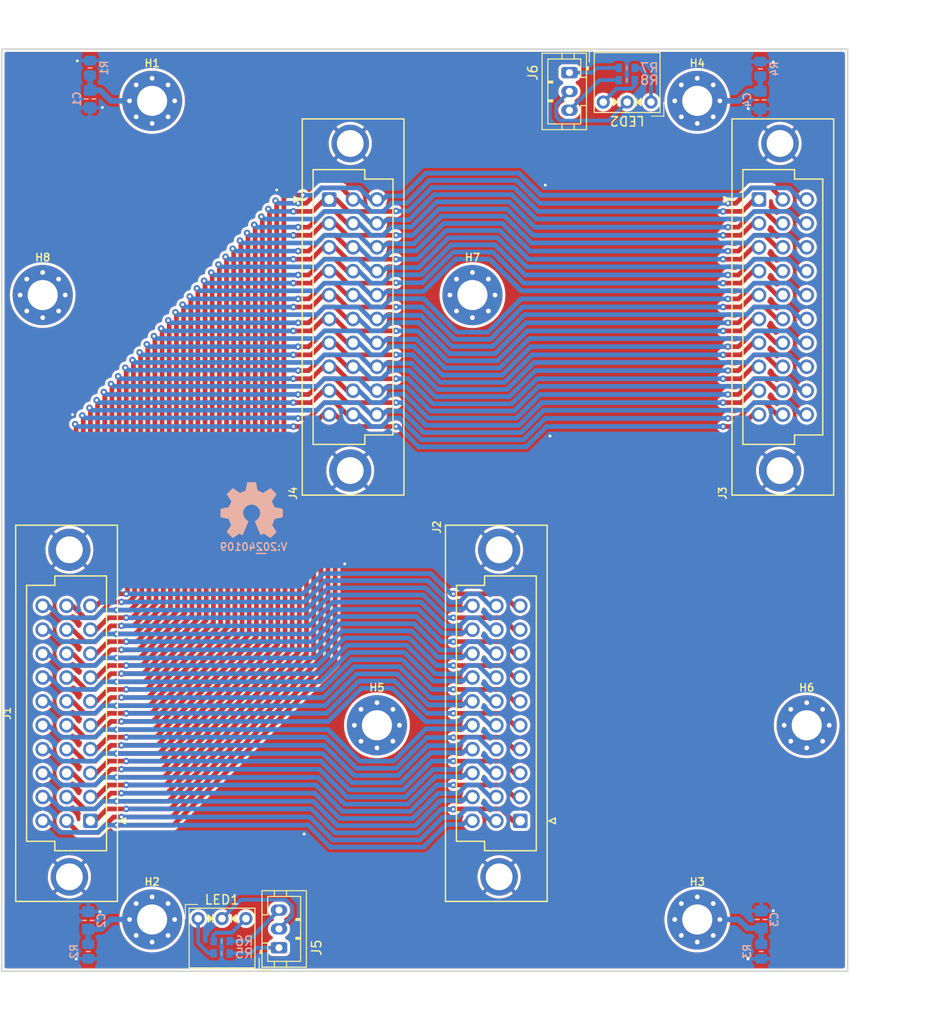
<source format=kicad_pcb>
(kicad_pcb (version 20221018) (generator pcbnew)
  (layers (0 "F.Cu" mixed) (31 "B.Cu" mixed) (34 "B.Paste" user) (35 "F.Paste" user) (36 "B.SilkS" user "B.Silkscreen") (37 "F.SilkS" user "F.Silkscreen") (38 "B.Mask" user) (39 "F.Mask" user) (44 "Edge.Cuts" user))
  (net 0 "")
  (net 1 "GND")
  (net 2 "Net-(C1-Pad1)")
  (net 3 "Net-(C2-Pad1)")
  (net 4 "Net-(C3-Pad1)")
  (net 5 "Net-(C4-Pad1)")
  (net 6 "/A1")
  (net 7 "/A2")
  (net 8 "/A3")
  (net 9 "/A4")
  (net 10 "/A5")
  (net 11 "/A6")
  (net 12 "/A7")
  (net 13 "/A8")
  (net 14 "/A9")
  (net 15 "/A10")
  (net 16 "/B1")
  (net 17 "/B2")
  (net 18 "/B3")
  (net 19 "/B4")
  (net 20 "/B5")
  (net 21 "/B6")
  (net 22 "/B7")
  (net 23 "/B8")
  (net 24 "/B9")
  (net 25 "/B10")
  (net 26 "/C1")
  (net 27 "/C2")
  (net 28 "/C3")
  (net 29 "/C4")
  (net 30 "/C5")
  (net 31 "/C6")
  (net 32 "/C7")
  (net 33 "/C8")
  (net 34 "/C9")
  (net 35 "/C10")
  (net 36 "Net-(J5-Pin_1)")
  (net 37 "Net-(J5-Pin_2)")
  (net 38 "Net-(J5-Pin_3)")
  (net 39 "Net-(J6-Pin_1)")
  (net 40 "Net-(J6-Pin_2)")
  (net 41 "Net-(J6-Pin_3)")
  (net 42 "Net-(LED1-A1)")
  (net 43 "Net-(LED1-A2)")
  (net 44 "Net-(LED2-A1)")
  (net 45 "Net-(LED2-A2)")
  (footprint "SquantorPcbOutline:MountingHole_3.2mm_M3_Pad_Via" (layer "F.Cu") (at 136.1 45.4)
    (fp_text reference "H1")
    (fp_text value "M3")
  )
  (footprint "SquantorPcbOutline:MountingHole_3.2mm_M3_Pad_Via" (layer "F.Cu") (at 136.1 132.4)
    (fp_text reference "H2")
    (fp_text value "M3")
  )
  (footprint "SquantorPcbOutline:MountingHole_3.2mm_M3_Pad_Via" (layer "F.Cu") (at 194.1 132.4)
    (fp_text reference "H3")
    (fp_text value "M3")
  )
  (footprint "SquantorPcbOutline:MountingHole_3.2mm_M3_Pad_Via" (layer "F.Cu") (at 194.1 45.4)
    (fp_text reference "H4")
    (fp_text value "M3")
  )
  (footprint "SquantorConnectors:DIN41612_C3_3x10_Female_Vertical_THT_shields" (layer "F.Cu") (at 203.2 67.31 -90)
    (fp_text reference "J3")
    (fp_text value "~")
  )
  (footprint "SquantorPcbOutline:MountingHole_3.2mm_M3_Pad_Via" (layer "F.Cu") (at 205.74 111.76)
    (fp_text reference "H6")
    (fp_text value "M3")
  )
  (footprint "SquantorPcbOutline:MountingHole_3.2mm_M3_Pad_Via" (layer "F.Cu") (at 170.18 66.04)
    (fp_text reference "H7")
    (fp_text value "M3")
  )
  (footprint "SquantorDiodes:LED_DUAL_TH245_90deg" (layer "F.Cu") (at 143.54 132.3)
    (fp_text reference "LED1")
    (fp_text value "LED_Dual_CC")
  )
  (footprint "SquantorConnectors:DIN41612_C3_3x10_Female_Vertical_THT_shields" (layer "F.Cu") (at 157.48 67.31 -90)
    (fp_text reference "J4")
    (fp_text value "~")
  )
  (footprint "SquantorConnectors:DIN41612_C3_3x10_Female_Vertical_THT_shields" (layer "F.Cu") (at 127 110.49 90)
    (fp_text reference "J1")
    (fp_text value "~")
  )
  (footprint "SquantorPcbOutline:MountingHole_3.2mm_M3_Pad_Via" (layer "F.Cu") (at 124.46 66.04)
    (fp_text reference "H8")
    (fp_text value "M3")
  )
  (footprint "SquantorConnectors:DIN41612_C3_3x10_Female_Vertical_THT_shields" (layer "F.Cu") (at 172.72 110.49 90)
    (fp_text reference "J2")
    (fp_text value "~")
  )
  (footprint "SquantorDiodes:LED_DUAL_TH245_90deg" (layer "F.Cu") (at 186.6375 45.53 180)
    (fp_text reference "LED2")
    (fp_text value "LED_Dual_CC")
  )
  (footprint "Connector_JST:JST_PH_B3B-PH-K_1x03_P2.00mm_Vertical" (layer "F.Cu") (at 180.5 42.4 -90)
    (fp_text reference "J6")
    (fp_text value "Conn_01x03")
  )
  (footprint "SquantorPcbOutline:MountingHole_3.2mm_M3_Pad_Via" (layer "F.Cu") (at 160.02 111.76)
    (fp_text reference "H5")
    (fp_text value "M3")
  )
  (footprint "Connector_JST:JST_PH_B3B-PH-K_1x03_P2.00mm_Vertical" (layer "F.Cu") (at 149.6 135.4 90)
    (fp_text reference "J5")
    (fp_text value "Conn_01x03")
  )
  (footprint "Symbol:OSHW-Symbol_6.7x6mm_SilkScreen" (layer "B.Cu") (at 146.7 88.9 180)
    (fp_text reference "N1" hide)
    (fp_text value "OHWLOGO" hide)
  )
  (footprint "SquantorLabels:Label_Generic" (layer "B.Cu") (at 147.7 92.9 180)
    (fp_text reference "N2" hide)
    (fp_text value "V:20240109")
  )
  (footprint "SquantorRcl:R_0603_hand" (layer "B.Cu") (at 186.6 43.2 180)
    (fp_text reference "R8")
    (fp_text value "R")
  )
  (footprint "SquantorRcl:R_0603_hand" (layer "B.Cu") (at 143.5 134.7)
    (fp_text reference "R6")
    (fp_text value "R")
  )
  (footprint "SquantorResistor:R_0805+0603" (layer "B.Cu") (at 200.9 135.8 -90)
    (fp_text reference "R3")
    (fp_text value "1K")
  )
  (footprint "SquantorCapacitor:C_0805+0603" (layer "B.Cu") (at 200.9 132.4 90)
    (fp_text reference "C3")
    (fp_text value "10n")
  )
  (footprint "SquantorCapacitor:C_0805+0603" (layer "B.Cu") (at 129.3 132.5 90)
    (fp_text reference "C2")
    (fp_text value "10n")
  )
  (footprint "SquantorRcl:R_0603_hand" (layer "B.Cu") (at 186.6 41.9 180)
    (fp_text reference "R7")
    (fp_text value "R")
  )
  (footprint "SquantorCapacitor:C_0805+0603" (layer "B.Cu") (at 129.5 45.2 -90)
    (fp_text reference "C1")
    (fp_text value "10n")
  )
  (footprint "SquantorRcl:R_0603_hand" (layer "B.Cu") (at 143.5 136)
    (fp_text reference "R5")
    (fp_text value "R")
  )
  (footprint "SquantorResistor:R_0805+0603" (layer "B.Cu") (at 200.8 42 90)
    (fp_text reference "R4")
    (fp_text value "1K")
  )
  (footprint "SquantorResistor:R_0805+0603" (layer "B.Cu") (at 129.3 135.8 -90)
    (fp_text reference "R2")
    (fp_text value "1K")
  )
  (footprint "SquantorResistor:R_0805+0603" (layer "B.Cu") (at 129.5 41.9 90)
    (fp_text reference "R1")
    (fp_text value "1K")
  )
  (footprint "SquantorCapacitor:C_0805+0603" (layer "B.Cu") (at 200.8 45.3 -90)
    (fp_text reference "C4")
    (fp_text value "10n")
  )
  (gr_line (start 120.1 137.9) (end 210.1 137.9) (stroke (width 0.15)) (layer "Edge.Cuts"))
  (gr_line (start 120.1 39.9) (end 120.1 137.9) (stroke (width 0.15)) (layer "Edge.Cuts"))
  (gr_line (start 210.1 137.9) (end 210.1 39.9) (stroke (width 0.15)) (layer "Edge.Cuts"))
  (gr_line (start 210.1 39.9) (end 120.1 39.9) (stroke (width 0.15)) (layer "Edge.Cuts"))
  (via (at 149.352 54.864) (size 0.7) (drill 0.3) (layers "F.Cu" "B.Cu") (net 1))
  (via (at 199.517 46.228) (size 0.7) (drill 0.3) (layers "F.Cu" "B.Cu") (net 1))
  (via (at 152.273 123.317) (size 0.7) (drill 0.3) (layers "F.Cu" "B.Cu") (net 1))
  (via (at 156.591 94.615) (size 0.7) (drill 0.3) (layers "F.Cu" "B.Cu") (net 1))
  (via (at 202.184 41.275) (size 0.7) (drill 0.3) (layers "F.Cu" "B.Cu") (net 1))
  (via (at 177.927 54.356) (size 0.7) (drill 0.3) (layers "F.Cu" "B.Cu") (net 1))
  (via (at 178.435 81.026) (size 0.7) (drill 0.3) (layers "F.Cu" "B.Cu") (net 1))
  (via (at 128.143 41.148) (size 0.7) (drill 0.3) (layers "F.Cu" "B.Cu") (net 1))
  (via (at 128.016 136.6) (size 0.7) (drill 0.3) (layers "F.Cu" "B.Cu") (net 1))
  (via (at 130.556 131.572) (size 0.7) (drill 0.3) (layers "F.Cu" "B.Cu") (net 1))
  (via (at 130.81 46.101) (size 0.7) (drill 0.3) (layers "F.Cu" "B.Cu") (net 1))
  (via (at 127.635 78.74) (size 0.7) (drill 0.3) (layers "F.Cu" "B.Cu") (net 1))
  (via (at 199.5 136.6) (size 0.7) (drill 0.3) (layers "F.Cu" "B.Cu") (net 1))
  (via (at 202.184 131.4704) (size 0.7) (drill 0.3) (layers "F.Cu" "B.Cu") (net 1))
  (segment (start 129.5 42.675) (end 129.5 44.275) (width 0.6) (layer "B.Cu") (net 2))
  (segment (start 131.7 45.4) (end 133.7 45.4) (width 0.6) (layer "B.Cu") (net 2))
  (segment (start 129.5 44.275) (end 130.575 44.275) (width 0.6) (layer "B.Cu") (net 2))
  (segment (start 130.575 44.275) (end 131.7 45.4) (width 0.6) (layer "B.Cu") (net 2))
  (segment (start 131.7 132.4) (end 133.7 132.4) (width 0.6) (layer "B.Cu") (net 3))
  (segment (start 130.675 133.425) (end 129.3 133.425) (width 0.6) (layer "B.Cu") (net 3))
  (segment (start 129.3 133.425) (end 129.3 135.025) (width 0.6) (layer "B.Cu") (net 3))
  (segment (start 131.7 132.4) (end 130.675 133.425) (width 0.6) (layer "B.Cu") (net 3))
  (segment (start 200.9 133.325) (end 200.9 135.025) (width 0.6) (layer "B.Cu") (net 4))
  (segment (start 200.9 133.325) (end 199.425 133.325) (width 0.6) (layer "B.Cu") (net 4))
  (segment (start 199.425 133.325) (end 198.5 132.4) (width 0.6) (layer "B.Cu") (net 4))
  (segment (start 198.5 132.4) (end 196.5 132.4) (width 0.6) (layer "B.Cu") (net 4))
  (segment (start 198.5 45.4) (end 196.5 45.4) (width 0.6) (layer "B.Cu") (net 5))
  (segment (start 199.525 44.375) (end 198.5 45.4) (width 0.6) (layer "B.Cu") (net 5))
  (segment (start 200.8 44.375) (end 199.525 44.375) (width 0.6) (layer "B.Cu") (net 5))
  (segment (start 200.8 42.775) (end 200.8 44.375) (width 0.6) (layer "B.Cu") (net 5))
  (segment (start 153.162 57.15) (end 151.13 57.15) (width 0.5) (layer "F.Cu") (net 6))
  (segment (start 148.463 56.896) (end 148.59 57.023) (width 0.5) (layer "F.Cu") (net 6))
  (segment (start 154.051 104.648) (end 138.049 120.65) (width 0.5) (layer "F.Cu") (net 6))
  (segment (start 168.148 120.6875) (end 168.1855 120.65) (width 0.5) (layer "F.Cu") (net 6))
  (segment (start 200.66 55.88) (end 200.152 55.88) (width 0.5) (layer "F.Cu") (net 6))
  (segment (start 168.1855 120.65) (end 173.228 120.65) (width 0.5) (layer "F.Cu") (net 6))
  (segment (start 156.972 57.15) (end 155.702 55.88) (width 0.5) (layer "F.Cu") (net 6))
  (segment (start 155.702 55.88) (end 154.94 55.88) (width 0.5) (layer "F.Cu") (net 6))
  (segment (start 200.152 55.88) (end 198.882 57.15) (width 0.5) (layer "F.Cu") (net 6))
  (segment (start 154.94 55.88) (end 154.432 55.88) (width 0.5) (layer "F.Cu") (net 6))
  (segment (start 198.882 57.15) (end 196.85 57.15) (width 0.5) (layer "F.Cu") (net 6))
  (segment (start 154.432 55.88) (end 153.162 57.15) (width 0.5) (layer "F.Cu") (net 6))
  (segment (start 162.052 57.1125) (end 162.0145 57.15) (width 0.5) (layer "F.Cu") (net 6))
  (segment (start 162.0145 57.15) (end 156.972 57.15) (width 0.5) (layer "F.Cu") (net 6))
  (segment (start 154.051 87.884) (end 154.051 104.648) (width 0.5) (layer "F.Cu") (net 6))
  (segment (start 174.498 121.92) (end 175.26 121.92) (width 0.5) (layer "F.Cu") (net 6))
  (segment (start 148.59 82.423) (end 154.051 87.884) (width 0.5) (layer "F.Cu") (net 6))
  (segment (start 138.049 120.65) (end 133.35 120.65) (width 0.5) (layer "F.Cu") (net 6))
  (segment (start 131.318 120.65) (end 133.35 120.65) (width 0.5) (layer "F.Cu") (net 6))
  (segment (start 148.59 57.023) (end 148.59 82.423) (width 0.5) (layer "F.Cu") (net 6))
  (segment (start 130.048 121.92) (end 131.318 120.65) (width 0.5) (layer "F.Cu") (net 6))
  (segment (start 173.228 120.65) (end 174.498 121.92) (width 0.5) (layer "F.Cu") (net 6))
  (segment (start 129.54 121.92) (end 130.048 121.92) (width 0.5) (layer "F.Cu") (net 6))
  (via (at 151.13 57.15) (size 0.7) (drill 0.3) (layers "F.Cu" "B.Cu") (net 6))
  (via (at 133.35 120.65) (size 0.7) (drill 0.3) (layers "F.Cu" "B.Cu") (net 6))
  (via (at 162.052 57.1125) (size 0.7) (drill 0.3) (layers "F.Cu" "B.Cu") (net 6))
  (via (at 148.463 56.896) (size 0.7) (drill 0.3) (layers "F.Cu" "B.Cu") (net 6))
  (via (at 168.148 120.6875) (size 0.7) (drill 0.3) (layers "F.Cu" "B.Cu") (net 6))
  (via (at 196.85 57.15) (size 0.7) (drill 0.3) (layers "F.Cu" "B.Cu") (net 6))
  (segment (start 148.717 57.15) (end 151.13 57.15) (width 0.5) (layer "B.Cu") (net 6))
  (segment (start 177.165 57.15) (end 174.625 54.61) (width 0.5) (layer "B.Cu") (net 6))
  (segment (start 163.3595 57.1125) (end 162.052 57.1125) (width 0.5) (layer "B.Cu") (net 6))
  (segment (start 164.338 123.19) (end 166.8405 120.6875) (width 0.5) (layer "B.Cu") (net 6))
  (segment (start 133.35 120.65) (end 153.035 120.65) (width 0.5) (layer "B.Cu") (net 6))
  (segment (start 174.625 54.61) (end 165.862 54.61) (width 0.5) (layer "B.Cu") (net 6))
  (segment (start 155.575 123.19) (end 164.338 123.19) (width 0.5) (layer "B.Cu") (net 6))
  (segment (start 196.85 57.15) (end 177.165 57.15) (width 0.5) (layer "B.Cu") (net 6))
  (segment (start 166.8405 120.6875) (end 168.148 120.6875) (width 0.5) (layer "B.Cu") (net 6))
  (segment (start 148.463 56.896) (end 148.717 57.15) (width 0.5) (layer "B.Cu") (net 6))
  (segment (start 153.035 120.65) (end 155.575 123.19) (width 0.5) (layer "B.Cu") (net 6))
  (segment (start 165.862 54.61) (end 163.3595 57.1125) (width 0.5) (layer "B.Cu") (net 6))
  (segment (start 151.765 88.646) (end 151.765 103.886) (width 0.5) (layer "F.Cu") (net 7))
  (segment (start 131.445 118.11) (end 133.35 118.11) (width 0.5) (layer "F.Cu") (net 7))
  (segment (start 154.94 58.42) (end 154.305 58.42) (width 0.5) (layer "F.Cu") (net 7))
  (segment (start 146.304 59.5376) (end 146.304 83.185) (width 0.5) (layer "F.Cu") (net 7))
  (segment (start 130.175 119.38) (end 131.445 118.11) (width 0.5) (layer "F.Cu") (net 7))
  (segment (start 168.148 118.11) (end 173.355 118.11) (width 0.5) (layer "F.Cu") (net 7))
  (segment (start 146.2024 59.436) (end 146.304 59.5376) (width 0.5) (layer "F.Cu") (net 7))
  (segment (start 174.625 119.38) (end 175.26 119.38) (width 0.5) (layer "F.Cu") (net 7))
  (segment (start 198.755 59.69) (end 196.85 59.69) (width 0.5) (layer "F.Cu") (net 7))
  (segment (start 153.035 59.69) (end 151.13 59.69) (width 0.5) (layer "F.Cu") (net 7))
  (segment (start 200.025 58.42) (end 198.755 59.69) (width 0.5) (layer "F.Cu") (net 7))
  (segment (start 151.765 103.886) (end 137.541 118.11) (width 0.5) (layer "F.Cu") (net 7))
  (segment (start 156.845 59.69) (end 155.575 58.42) (width 0.5) (layer "F.Cu") (net 7))
  (segment (start 154.305 58.42) (end 153.035 59.69) (width 0.5) (layer "F.Cu") (net 7))
  (segment (start 200.66 58.42) (end 200.025 58.42) (width 0.5) (layer "F.Cu") (net 7))
  (segment (start 173.355 118.11) (end 174.625 119.38) (width 0.5) (layer "F.Cu") (net 7))
  (segment (start 137.541 118.11) (end 133.35 118.11) (width 0.5) (layer "F.Cu") (net 7))
  (segment (start 155.575 58.42) (end 154.94 58.42) (width 0.5) (layer "F.Cu") (net 7))
  (segment (start 129.54 119.38) (end 130.175 119.38) (width 0.5) (layer "F.Cu") (net 7))
  (segment (start 146.304 83.185) (end 151.765 88.646) (width 0.5) (layer "F.Cu") (net 7))
  (segment (start 162.052 59.69) (end 156.845 59.69) (width 0.5) (layer "F.Cu") (net 7))
  (via (at 162.052 59.69) (size 0.7) (drill 0.3) (layers "F.Cu" "B.Cu") (net 7))
  (via (at 168.148 118.11) (size 0.7) (drill 0.3) (layers "F.Cu" "B.Cu") (net 7))
  (via (at 133.35 118.11) (size 0.7) (drill 0.3) (layers "F.Cu" "B.Cu") (net 7))
  (via (at 151.13 59.69) (size 0.7) (drill 0.3) (layers "F.Cu" "B.Cu") (net 7))
  (via (at 196.85 59.69) (size 0.7) (drill 0.3) (layers "F.Cu" "B.Cu") (net 7))
  (via (at 146.2024 59.436) (size 0.7) (drill 0.3) (layers "F.Cu" "B.Cu") (net 7))
  (segment (start 163.83 59.69) (end 162.052 59.69) (width 0.5) (layer "B.Cu") (net 7))
  (segment (start 163.576 120.904) (end 166.37 118.11) (width 0.5) (layer "B.Cu") (net 7))
  (segment (start 166.624 56.896) (end 163.83 59.69) (width 0.5) (layer "B.Cu") (net 7))
  (segment (start 146.2024 59.436) (end 146.4564 59.69) (width 0.5) (layer "B.Cu") (net 7))
  (segment (start 173.863 56.896) (end 166.624 56.896) (width 0.5) (layer "B.Cu") (net 7))
  (segment (start 153.543 118.11) (end 156.337 120.904) (width 0.5) (layer "B.Cu") (net 7))
  (segment (start 166.37 118.11) (end 168.148 118.11) (width 0.5) (layer "B.Cu") (net 7))
  (segment (start 196.85 59.69) (end 176.657 59.69) (width 0.5) (layer "B.Cu") (net 7))
  (segment (start 133.35 118.11) (end 153.543 118.11) (width 0.5) (layer "B.Cu") (net 7))
  (segment (start 146.4564 59.69) (end 151.13 59.69) (width 0.5) (layer "B.Cu") (net 7))
  (segment (start 156.337 120.904) (end 163.576 120.904) (width 0.5) (layer "B.Cu") (net 7))
  (segment (start 176.657 59.69) (end 173.863 56.896) (width 0.5) (layer "B.Cu") (net 7))
  (segment (start 173.355 115.57) (end 174.625 116.84) (width 0.5) (layer "F.Cu") (net 8))
  (segment (start 153.035 62.23) (end 151.13 62.23) (width 0.5) (layer "F.Cu") (net 8))
  (segment (start 131.445 115.57) (end 133.35 115.57) (width 0.5) (layer "F.Cu") (net 8))
  (segment (start 200.66 60.96) (end 200.025 60.96) (width 0.5) (layer "F.Cu") (net 8))
  (segment (start 149.479 103.124) (end 137.033 115.57) (width 0.5) (layer "F.Cu") (net 8))
  (segment (start 154.94 60.96) (end 154.305 60.96) (width 0.5) (layer "F.Cu") (net 8))
  (segment (start 162.052 62.23) (end 156.845 62.23) (width 0.5) (layer "F.Cu") (net 8))
  (segment (start 144.018 83.947) (end 149.479 89.408) (width 0.5) (layer "F.Cu") (net 8))
  (segment (start 156.845 62.23) (end 155.575 60.96) (width 0.5) (layer "F.Cu") (net 8))
  (segment (start 130.175 116.84) (end 131.445 115.57) (width 0.5) (layer "F.Cu") (net 8))
  (segment (start 149.479 89.408) (end 149.479 103.124) (width 0.5) (layer "F.Cu") (net 8))
  (segment (start 168.148 115.57) (end 173.355 115.57) (width 0.5) (layer "F.Cu") (net 8))
  (segment (start 129.54 116.84) (end 130.175 116.84) (width 0.5) (layer "F.Cu") (net 8))
  (segment (start 144.018 62.0776) (end 144.018 83.947) (width 0.5) (layer "F.Cu") (net 8))
  (segment (start 143.9164 61.976) (end 144.018 62.0776) (width 0.5) (layer "F.Cu") (net 8))
  (segment (start 154.305 60.96) (end 153.035 62.23) (width 0.5) (layer "F.Cu") (net 8))
  (segment (start 198.755 62.23) (end 196.85 62.23) (width 0.5) (layer "F.Cu") (net 8))
  (segment (start 155.575 60.96) (end 154.94 60.96) (width 0.5) (layer "F.Cu") (net 8))
  (segment (start 137.033 115.57) (end 133.35 115.57) (width 0.5) (layer "F.Cu") (net 8))
  (segment (start 200.025 60.96) (end 198.755 62.23) (width 0.5) (layer "F.Cu") (net 8))
  (segment (start 174.625 116.84) (end 175.26 116.84) (width 0.5) (layer "F.Cu") (net 8))
  (via (at 143.9164 61.976) (size 0.7) (drill 0.3) (layers "F.Cu" "B.Cu") (net 8))
  (via (at 151.13 62.23) (size 0.7) (drill 0.3) (layers "F.Cu" "B.Cu") (net 8))
  (via (at 196.85 62.23) (size 0.7) (drill 0.3) (layers "F.Cu" "B.Cu") (net 8))
  (via (at 168.148 115.57) (size 0.7) (drill 0.3) (layers "F.Cu" "B.Cu") (net 8))
  (via (at 133.35 115.57) (size 0.7) (drill 0.3) (layers "F.Cu" "B.Cu") (net 8))
  (via (at 162.052 62.23) (size 0.7) (drill 0.3) (layers "F.Cu" "B.Cu") (net 8))
  (segment (start 154.051 115.57) (end 157.099 118.618) (width 0.5) (layer "B.Cu") (net 8))
  (segment (start 165.862 115.57) (end 168.148 115.57) (width 0.5) (layer "B.Cu") (net 8))
  (segment (start 176.149 62.23) (end 173.101 59.182) (width 0.5) (layer "B.Cu") (net 8))
  (segment (start 157.099 118.618) (end 162.814 118.618) (width 0.5) (layer "B.Cu") (net 8))
  (segment (start 167.386 59.182) (end 164.338 62.23) (width 0.5) (layer "B.Cu") (net 8))
  (segment (start 144.1704 62.23) (end 151.13 62.23) (width 0.5) (layer "B.Cu") (net 8))
  (segment (start 164.338 62.23) (end 162.052 62.23) (width 0.5) (layer "B.Cu") (net 8))
  (segment (start 162.814 118.618) (end 165.862 115.57) (width 0.5) (layer "B.Cu") (net 8))
  (segment (start 196.85 62.23) (end 176.149 62.23) (width 0.5) (layer "B.Cu") (net 8))
  (segment (start 173.101 59.182) (end 167.386 59.182) (width 0.5) (layer "B.Cu") (net 8))
  (segment (start 133.35 115.57) (end 154.051 115.57) (width 0.5) (layer "B.Cu") (net 8))
  (segment (start 143.9164 61.976) (end 144.1704 62.23) (width 0.5) (layer "B.Cu") (net 8))
  (segment (start 200.66 63.5) (end 200.025 63.5) (width 0.5) (layer "F.Cu") (net 9))
  (segment (start 162.0145 64.77) (end 156.845 64.77) (width 0.5) (layer "F.Cu") (net 9))
  (segment (start 156.845 64.77) (end 155.575 63.5) (width 0.5) (layer "F.Cu") (net 9))
  (segment (start 173.355 113.03) (end 174.625 114.3) (width 0.5) (layer "F.Cu") (net 9))
  (segment (start 154.94 63.5) (end 154.305 63.5) (width 0.5) (layer "F.Cu") (net 9))
  (segment (start 147.193 102.362) (end 136.525 113.03) (width 0.5) (layer "F.Cu") (net 9))
  (segment (start 168.148 113.0675) (end 168.1855 113.03) (width 0.5) (layer "F.Cu") (net 9))
  (segment (start 168.1855 113.03) (end 173.355 113.03) (width 0.5) (layer "F.Cu") (net 9))
  (segment (start 130.175 114.3) (end 131.445 113.03) (width 0.5) (layer "F.Cu") (net 9))
  (segment (start 162.052 64.7325) (end 162.0145 64.77) (width 0.5) (layer "F.Cu") (net 9))
  (segment (start 154.305 63.5) (end 153.035 64.77) (width 0.5) (layer "F.Cu") (net 9))
  (segment (start 198.755 64.77) (end 196.85 64.77) (width 0.5) (layer "F.Cu") (net 9))
  (segment (start 174.625 114.3) (end 175.26 114.3) (width 0.5) (layer "F.Cu") (net 9))
  (segment (start 141.732 64.6176) (end 141.732 84.709) (width 0.5) (layer "F.Cu") (net 9))
  (segment (start 200.025 63.5) (end 198.755 64.77) (width 0.5) (layer "F.Cu") (net 9))
  (segment (start 131.445 113.03) (end 133.35 113.03) (width 0.5) (layer "F.Cu") (net 9))
  (segment (start 141.6304 64.516) (end 141.732 64.6176) (width 0.5) (layer "F.Cu") (net 9))
  (segment (start 136.525 113.03) (end 133.35 113.03) (width 0.5) (layer "F.Cu") (net 9))
  (segment (start 147.193 90.17) (end 147.193 102.362) (width 0.5) (layer "F.Cu") (net 9))
  (segment (start 153.035 64.77) (end 151.13 64.77) (width 0.5) (layer "F.Cu") (net 9))
  (segment (start 129.54 114.3) (end 130.175 114.3) (width 0.5) (layer "F.Cu") (net 9))
  (segment (start 141.732 84.709) (end 147.193 90.17) (width 0.5) (layer "F.Cu") (net 9))
  (segment (start 155.575 63.5) (end 154.94 63.5) (width 0.5) (layer "F.Cu") (net 9))
  (via (at 168.148 113.0675) (size 0.7) (drill 0.3) (layers "F.Cu" "B.Cu") (net 9))
  (via (at 141.6304 64.516) (size 0.7) (drill 0.3) (layers "F.Cu" "B.Cu") (net 9))
  (via (at 151.13 64.77) (size 0.7) (drill 0.3) (layers "F.Cu" "B.Cu") (net 9))
  (via (at 196.85 64.77) (size 0.7) (drill 0.3) (layers "F.Cu" "B.Cu") (net 9))
  (via (at 162.052 64.7325) (size 0.7) (drill 0.3) (layers "F.Cu" "B.Cu") (net 9))
  (via (at 133.35 113.03) (size 0.7) (drill 0.3) (layers "F.Cu" "B.Cu") (net 9))
  (segment (start 162.052 116.332) (end 165.3165 113.0675) (width 0.5) (layer "B.Cu") (net 9))
  (segment (start 164.8835 64.7325) (end 162.052 64.7325) (width 0.5) (layer "B.Cu") (net 9))
  (segment (start 141.8844 64.77) (end 151.13 64.77) (width 0.5) (layer "B.Cu") (net 9))
  (segment (start 141.6304 64.516) (end 141.8844 64.77) (width 0.5) (layer "B.Cu") (net 9))
  (segment (start 165.3165 113.0675) (end 168.148 113.0675) (width 0.5) (layer "B.Cu") (net 9))
  (segment (start 172.339 61.468) (end 168.148 61.468) (width 0.5) (layer "B.Cu") (net 9))
  (segment (start 168.148 61.468) (end 164.8835 64.7325) (width 0.5) (layer "B.Cu") (net 9))
  (segment (start 133.35 113.03) (end 154.559 113.03) (width 0.5) (layer "B.Cu") (net 9))
  (segment (start 175.641 64.77) (end 172.339 61.468) (width 0.5) (layer "B.Cu") (net 9))
  (segment (start 157.861 116.332) (end 162.052 116.332) (width 0.5) (layer "B.Cu") (net 9))
  (segment (start 196.85 64.77) (end 175.641 64.77) (width 0.5) (layer "B.Cu") (net 9))
  (segment (start 154.559 113.03) (end 157.861 116.332) (width 0.5) (layer "B.Cu") (net 9))
  (segment (start 156.845 67.31) (end 155.575 66.04) (width 0.5) (layer "F.Cu") (net 10))
  (segment (start 154.94 66.04) (end 154.305 66.04) (width 0.5) (layer "F.Cu") (net 10))
  (segment (start 153.035 67.31) (end 151.13 67.31) (width 0.5) (layer "F.Cu") (net 10))
  (segment (start 155.575 66.04) (end 154.94 66.04) (width 0.5) (layer "F.Cu") (net 10))
  (segment (start 168.148 110.49) (end 173.355 110.49) (width 0.5) (layer "F.Cu") (net 10))
  (segment (start 200.025 66.04) (end 198.755 67.31) (width 0.5) (layer "F.Cu") (net 10))
  (segment (start 130.175 111.76) (end 131.445 110.49) (width 0.5) (layer "F.Cu") (net 10))
  (segment (start 139.3444 67.056) (end 139.446 67.1576) (width 0.5) (layer "F.Cu") (net 10))
  (segment (start 173.355 110.49) (end 174.625 111.76) (width 0.5) (layer "F.Cu") (net 10))
  (segment (start 174.625 111.76) (end 175.26 111.76) (width 0.5) (layer "F.Cu") (net 10))
  (segment (start 200.66 66.04) (end 200.025 66.04) (width 0.5) (layer "F.Cu") (net 10))
  (segment (start 139.446 85.654581) (end 144.907 91.115581) (width 0.5) (layer "F.Cu") (net 10))
  (segment (start 144.907 101.6) (end 136.017 110.49) (width 0.5) (layer "F.Cu") (net 10))
  (segment (start 144.907 91.115581) (end 144.907 101.6) (width 0.5) (layer "F.Cu") (net 10))
  (segment (start 139.446 67.1576) (end 139.446 85.654581) (width 0.5) (layer "F.Cu") (net 10))
  (segment (start 198.755 67.31) (end 196.85 67.31) (width 0.5) (layer "F.Cu") (net 10))
  (segment (start 129.54 111.76) (end 130.175 111.76) (width 0.5) (layer "F.Cu") (net 10))
  (segment (start 131.445 110.49) (end 133.35 110.49) (width 0.5) (layer "F.Cu") (net 10))
  (segment (start 136.017 110.49) (end 133.35 110.49) (width 0.5) (layer "F.Cu") (net 10))
  (segment (start 162.052 67.31) (end 156.845 67.31) (width 0.5) (layer "F.Cu") (net 10))
  (segment (start 154.305 66.04) (end 153.035 67.31) (width 0.5) (layer "F.Cu") (net 10))
  (via (at 162.052 67.31) (size 0.7) (drill 0.3) (layers "F.Cu" "B.Cu") (net 10))
  (via (at 139.3444 67.056) (size 0.7) (drill 0.3) (layers "F.Cu" "B.Cu") (net 10))
  (via (at 196.85 67.31) (size 0.7) (drill 0.3) (layers "F.Cu" "B.Cu") (net 10))
  (via (at 151.13 67.31) (size 0.7) (drill 0.3) (layers "F.Cu" "B.Cu") (net 10))
  (via (at 133.35 110.49) (size 0.7) (drill 0.3) (layers "F.Cu" "B.Cu") (net 10))
  (via (at 168.148 110.49) (size 0.7) (drill 0.3) (layers "F.Cu" "B.Cu") (net 10))
  (segment (start 172.085 70.739) (end 175.514 67.31) (width 0.5) (layer "B.Cu") (net 10))
  (segment (start 139.5984 67.31) (end 151.13 67.31) (width 0.5) (layer "B.Cu") (net 10))
  (segment (start 154.686 110.49) (end 133.35 110.49) (width 0.5) (layer "B.Cu") (net 10))
  (segment (start 175.514 67.31) (end 196.85 67.31) (width 0.5) (layer "B.Cu") (net 10))
  (segment (start 158.115 107.061) (end 154.686 110.49) (width 0.5) (layer "B.Cu") (net 10))
  (segment (start 168.148 110.49) (end 165.354 110.49) (width 0.5) (layer "B.Cu") (net 10))
  (segment (start 165.354 110.49) (end 161.925 107.061) (width 0.5) (layer "B.Cu") (net 10))
  (segment (start 162.052 67.31) (end 164.846 67.31) (width 0.5) (layer "B.Cu") (net 10))
  (segment (start 168.275 70.739) (end 172.085 70.739) (width 0.5) (layer "B.Cu") (net 10))
  (segment (start 139.3444 67.056) (end 139.5984 67.31) (width 0.5) (layer "B.Cu") (net 10))
  (segment (start 161.925 107.061) (end 158.115 107.061) (width 0.5) (layer "B.Cu") (net 10))
  (segment (start 164.846 67.31) (end 168.275 70.739) (width 0.5) (layer "B.Cu") (net 10))
  (segment (start 168.148 107.95) (end 173.355 107.95) (width 0.5) (layer "F.Cu") (net 11))
  (segment (start 156.845 69.85) (end 155.575 68.58) (width 0.5) (layer "F.Cu") (net 11))
  (segment (start 135.509 107.95) (end 133.35 107.95) (width 0.5) (layer "F.Cu") (net 11))
  (segment (start 137.16 69.6976) (end 137.16 86.487) (width 0.5) (layer "F.Cu") (net 11))
  (segment (start 162.052 69.85) (end 156.845 69.85) (width 0.5) (layer "F.Cu") (net 11))
  (segment (start 153.035 69.85) (end 151.13 69.85) (width 0.5) (layer "F.Cu") (net 11))
  (segment (start 142.621 91.948) (end 142.621 100.838) (width 0.5) (layer "F.Cu") (net 11))
  (segment (start 174.625 109.22) (end 175.26 109.22) (width 0.5) (layer "F.Cu") (net 11))
  (segment (start 131.445 107.95) (end 133.35 107.95) (width 0.5) (layer "F.Cu") (net 11))
  (segment (start 129.54 109.22) (end 130.175 109.22) (width 0.5) (layer "F.Cu") (net 11))
  (segment (start 137.0584 69.596) (end 137.16 69.6976) (width 0.5) (layer "F.Cu") (net 11))
  (segment (start 155.575 68.58) (end 154.94 68.58) (width 0.5) (layer "F.Cu") (net 11))
  (segment (start 198.755 69.85) (end 196.85 69.85) (width 0.5) (layer "F.Cu") (net 11))
  (segment (start 200.025 68.58) (end 198.755 69.85) (width 0.5) (layer "F.Cu") (net 11))
  (segment (start 200.66 68.58) (end 200.025 68.58) (width 0.5) (layer "F.Cu") (net 11))
  (segment (start 137.16 86.487) (end 142.621 91.948) (width 0.5) (layer "F.Cu") (net 11))
  (segment (start 154.305 68.58) (end 153.035 69.85) (width 0.5) (layer "F.Cu") (net 11))
  (segment (start 154.94 68.58) (end 154.305 68.58) (width 0.5) (layer "F.Cu") (net 11))
  (segment (start 130.175 109.22) (end 131.445 107.95) (width 0.5) (layer "F.Cu") (net 11))
  (segment (start 173.355 107.95) (end 174.625 109.22) (width 0.5) (layer "F.Cu") (net 11))
  (segment (start 142.621 100.838) (end 135.509 107.95) (width 0.5) (layer "F.Cu") (net 11))
  (via (at 168.148 107.95) (size 0.7) (drill 0.3) (layers "F.Cu" "B.Cu") (net 11))
  (via (at 162.052 69.85) (size 0.7) (drill 0.3) (layers "F.Cu" "B.Cu") (net 11))
  (via (at 137.0584 69.596) (size 0.7) (drill 0.3) (layers "F.Cu" "B.Cu") (net 11))
  (via (at 196.85 69.85) (size 0.7) (drill 0.3) (layers "F.Cu" "B.Cu") (net 11))
  (via (at 151.13 69.85) (size 0.7) (drill 0.3) (layers "F.Cu" "B.Cu") (net 11))
  (via (at 133.35 107.95) (size 0.7) (drill 0.3) (layers "F.Cu" "B.Cu") (net 11))
  (segment (start 162.687 104.775) (end 157.353 104.775) (width 0.5) (layer "B.Cu") (net 11))
  (segment (start 137.0584 69.596) (end 137.3124 69.85) (width 0.5) (layer "B.Cu") (net 11))
  (segment (start 157.353 104.775) (end 154.178 107.95) (width 0.5) (layer "B.Cu") (net 11))
  (segment (start 137.3124 69.85) (end 151.13 69.85) (width 0.5) (layer "B.Cu") (net 11))
  (segment (start 154.178 107.95) (end 133.35 107.95) (width 0.5) (layer "B.Cu") (net 11))
  (segment (start 168.148 107.95) (end 165.862 107.95) (width 0.5) (layer "B.Cu") (net 11))
  (segment (start 165.862 107.95) (end 162.687 104.775) (width 0.5) (layer "B.Cu") (net 11))
  (segment (start 164.338 69.85) (end 167.513 73.025) (width 0.5) (layer "B.Cu") (net 11))
  (segment (start 172.847 73.025) (end 176.022 69.85) (width 0.5) (layer "B.Cu") (net 11))
  (segment (start 162.052 69.85) (end 164.338 69.85) (width 0.5) (layer "B.Cu") (net 11))
  (segment (start 176.022 69.85) (end 196.85 69.85) (width 0.5) (layer "B.Cu") (net 11))
  (segment (start 167.513 73.025) (end 172.847 73.025) (width 0.5) (layer "B.Cu") (net 11))
  (segment (start 140.335 92.71) (end 140.335 100.076) (width 0.5) (layer "F.Cu") (net 12))
  (segment (start 162.052 72.39) (end 156.845 72.39) (width 0.5) (layer "F.Cu") (net 12))
  (segment (start 135.001 105.41) (end 133.35 105.41) (width 0.5) (layer "F.Cu") (net 12))
  (segment (start 134.874 72.2376) (end 134.874 87.249) (width 0.5) (layer "F.Cu") (net 12))
  (segment (start 134.7724 72.136) (end 134.874 72.2376) (width 0.5) (layer "F.Cu") (net 12))
  (segment (start 200.66 71.12) (end 200.025 71.12) (width 0.5) (layer "F.Cu") (net 12))
  (segment (start 200.025 71.12) (end 198.755 72.39) (width 0.5) (layer "F.Cu") (net 12))
  (segment (start 140.335 100.076) (end 135.001 105.41) (width 0.5) (layer "F.Cu") (net 12))
  (segment (start 155.575 71.12) (end 154.94 71.12) (width 0.5) (layer "F.Cu") (net 12))
  (segment (start 168.148 105.41) (end 173.355 105.41) (width 0.5) (layer "F.Cu") (net 12))
  (segment (start 198.755 72.39) (end 196.85 72.39) (width 0.5) (layer "F.Cu") (net 12))
  (segment (start 174.625 106.68) (end 175.26 106.68) (width 0.5) (layer "F.Cu") (net 12))
  (segment (start 129.54 106.68) (end 130.175 106.68) (width 0.5) (layer "F.Cu") (net 12))
  (segment (start 154.305 71.12) (end 153.035 72.39) (width 0.5) (layer "F.Cu") (net 12))
  (segment (start 134.874 87.249) (end 140.335 92.71) (width 0.5) (layer "F.Cu") (net 12))
  (segment (start 130.175 106.68) (end 131.445 105.41) (width 0.5) (layer "F.Cu") (net 12))
  (segment (start 131.445 105.41) (end 133.35 105.41) (width 0.5) (layer "F.Cu") (net 12))
  (segment (start 173.355 105.41) (end 174.625 106.68) (width 0.5) (layer "F.Cu") (net 12))
  (segment (start 153.035 72.39) (end 151.13 72.39) (width 0.5) (layer "F.Cu") (net 12))
  (segment (start 156.845 72.39) (end 155.575 71.12) (width 0.5) (layer "F.Cu") (net 12))
  (segment (start 154.94 71.12) (end 154.305 71.12) (width 0.5) (layer "F.Cu") (net 12))
  (via (at 196.85 72.39) (size 0.7) (drill 0.3) (layers "F.Cu" "B.Cu") (net 12))
  (via (at 133.35 105.41) (size 0.7) (drill 0.3) (layers "F.Cu" "B.Cu") (net 12))
  (via (at 162.052 72.39) (size 0.7) (drill 0.3) (layers "F.Cu" "B.Cu") (net 12))
  (via (at 134.7724 72.136) (size 0.7) (drill 0.3) (layers "F.Cu" "B.Cu") (net 12))
  (via (at 168.148 105.41) (size 0.7) (drill 0.3) (layers "F.Cu" "B.Cu") (net 12))
  (via (at 151.13 72.39) (size 0.7) (drill 0.3) (layers "F.Cu" "B.Cu") (net 12))
  (segment (start 156.591 102.489) (end 153.67 105.41) (width 0.5) (layer "B.Cu") (net 12))
  (segment (start 135.0264 72.39) (end 151.13 72.39) (width 0.5) (layer "B.Cu") (net 12))
  (segment (start 153.67 105.41) (end 133.35 105.41) (width 0.5) (layer "B.Cu") (net 12))
  (segment (start 173.609 75.311) (end 176.53 72.39) (width 0.5) (layer "B.Cu") (net 12))
  (segment (start 162.052 72.39) (end 163.83 72.39) (width 0.5) (layer "B.Cu") (net 12))
  (segment (start 176.53 72.39) (end 196.85 72.39) (width 0.5) (layer "B.Cu") (net 12))
  (segment (start 166.37 105.41) (end 163.449 102.489) (width 0.5) (layer "B.Cu") (net 12))
  (segment (start 134.7724 72.136) (end 135.0264 72.39) (width 0.5) (layer "B.Cu") (net 12))
  (segment (start 166.751 75.311) (end 173.609 75.311) (width 0.5) (layer "B.Cu") (net 12))
  (segment (start 163.449 102.489) (end 156.591 102.489) (width 0.5) (layer "B.Cu") (net 12))
  (segment (start 163.83 72.39) (end 166.751 75.311) (width 0.5) (layer "B.Cu") (net 12))
  (segment (start 168.148 105.41) (end 166.37 105.41) (width 0.5) (layer "B.Cu") (net 12))
  (segment (start 138.049 99.314) (end 134.493 102.87) (width 0.5) (layer "F.Cu") (net 13))
  (segment (start 156.845 74.93) (end 155.575 73.66) (width 0.5) (layer "F.Cu") (net 13))
  (segment (start 131.445 102.87) (end 133.35 102.87) (width 0.5) (layer "F.Cu") (net 13))
  (segment (start 134.493 102.87) (end 133.35 102.87) (width 0.5) (layer "F.Cu") (net 13))
  (segment (start 154.94 73.66) (end 154.305 73.66) (width 0.5) (layer "F.Cu") (net 13))
  (segment (start 138.049 93.472) (end 138.049 99.314) (width 0.5) (layer "F.Cu") (net 13))
  (segment (start 132.588 88.011) (end 138.049 93.472) (width 0.5) (layer "F.Cu") (net 13))
  (segment (start 154.305 73.66) (end 153.035 74.93) (width 0.5) (layer "F.Cu") (net 13))
  (segment (start 200.025 73.66) (end 198.755 74.93) (width 0.5) (layer "F.Cu") (net 13))
  (segment (start 168.148 102.87) (end 173.355 102.87) (width 0.5) (layer "F.Cu") (net 13))
  (segment (start 153.035 74.93) (end 151.13 74.93) (width 0.5) (layer "F.Cu") (net 13))
  (segment (start 155.575 73.66) (end 154.94 73.66) (width 0.5) (layer "F.Cu") (net 13))
  (segment (start 173.355 102.87) (end 174.625 104.14) (width 0.5) (layer "F.Cu") (net 13))
  (segment (start 130.175 104.14) (end 131.445 102.87) (width 0.5) (layer "F.Cu") (net 13))
  (segment (start 132.4864 74.676) (end 132.588 74.7776) (width 0.5) (layer "F.Cu") (net 13))
  (segment (start 132.588 74.7776) (end 132.588 88.011) (width 0.5) (layer "F.Cu") (net 13))
  (segment (start 174.625 104.14) (end 175.26 104.14) (width 0.5) (layer "F.Cu") (net 13))
  (segment (start 200.66 73.66) (end 200.025 73.66) (width 0.5) (layer "F.Cu") (net 13))
  (segment (start 129.54 104.14) (end 130.175 104.14) (width 0.5) (layer "F.Cu") (net 13))
  (segment (start 162.052 74.93) (end 156.845 74.93) (width 0.5) (layer "F.Cu") (net 13))
  (segment (start 198.755 74.93) (end 196.85 74.93) (width 0.5) (layer "F.Cu") (net 13))
  (via (at 151.13 74.93) (size 0.7) (drill 0.3) (layers "F.Cu" "B.Cu") (net 13))
  (via (at 132.4864 74.676) (size 0.7) (drill 0.3) (layers "F.Cu" "B.Cu") (net 13))
  (via (at 168.148 102.87) (size 0.7) (drill 0.3) (layers "F.Cu" "B.Cu") (net 13))
  (via (at 133.35 102.87) (size 0.7) (drill 0.3) (layers "F.Cu" "B.Cu") (net 13))
  (via (at 162.052 74.93) (size 0.7) (drill 0.3) (layers "F.Cu" "B.Cu") (net 13))
  (via (at 196.85 74.93) (size 0.7) (drill 0.3) (layers "F.Cu" "B.Cu") (net 13))
  (segment (start 163.322 74.93) (end 165.989 77.597) (width 0.5) (layer "B.Cu") (net 13))
  (segment (start 153.162 102.87) (end 133.35 102.87) (width 0.5) (layer "B.Cu") (net 13))
  (segment (start 166.878 102.87) (end 164.211 100.203) (width 0.5) (layer "B.Cu") (net 13))
  (segment (start 164.211 100.203) (end 155.829 100.203) (width 0.5) (layer "B.Cu") (net 13))
  (segment (start 174.371 77.597) (end 177.038 74.93) (width 0.5) (layer "B.Cu") (net 13))
  (segment (start 168.148 102.87) (end 166.878 102.87) (width 0.5) (layer "B.Cu") (net 13))
  (segment (start 162.052 74.93) (end 163.322 74.93) (width 0.5) (layer "B.Cu") (net 13))
  (segment (start 132.7404 74.93) (end 151.13 74.93) (width 0.5) (layer "B.Cu") (net 13))
  (segment (start 132.4864 74.676) (end 132.7404 74.93) (width 0.5) (layer "B.Cu") (net 13))
  (segment (start 177.038 74.93) (end 196.85 74.93) (width 0.5) (layer "B.Cu") (net 13))
  (segment (start 165.989 77.597) (end 174.371 77.597) (width 0.5) (layer "B.Cu") (net 13))
  (segment (start 155.829 100.203) (end 153.162 102.87) (width 0.5) (layer "B.Cu") (net 13))
  (segment (start 130.302 77.3176) (end 130.302 88.773) (width 0.5) (layer "F.Cu") (net 14))
  (segment (start 173.355 100.33) (end 174.625 101.6) (width 0.5) (layer "F.Cu") (net 14))
  (segment (start 135.763 94.234) (end 135.763 98.552) (width 0.5) (layer "F.Cu") (net 14))
  (segment (start 156.845 77.47) (end 155.575 76.2) (width 0.5) (layer "F.Cu") (net 14))
  (segment (start 130.2004 77.216) (end 130.302 77.3176) (width 0.5) (layer "F.Cu") (net 14))
  (segment (start 154.94 76.2) (end 154.305 76.2) (width 0.5) (layer "F.Cu") (net 14))
  (segment (start 135.763 98.552) (end 133.985 100.33) (width 0.5) (layer "F.Cu") (net 14))
  (segment (start 130.302 88.773) (end 135.763 94.234) (width 0.5) (layer "F.Cu") (net 14))
  (segment (start 153.035 77.47) (end 151.13 77.47) (width 0.5) (layer "F.Cu") (net 14))
  (segment (start 200.025 76.2) (end 198.755 77.47) (width 0.5) (layer "F.Cu") (net 14))
  (segment (start 168.148 100.33) (end 173.355 100.33) (width 0.5) (layer "F.Cu") (net 14))
  (segment (start 130.175 101.6) (end 131.445 100.33) (width 0.5) (layer "F.Cu") (net 14))
  (segment (start 200.66 76.2) (end 200.025 76.2) (width 0.5) (layer "F.Cu") (net 14))
  (segment (start 154.305 76.2) (end 153.035 77.47) (width 0.5) (layer "F.Cu") (net 14))
  (segment (start 155.575 76.2) (end 154.94 76.2) (width 0.5) (layer "F.Cu") (net 14))
  (segment (start 162.052 77.47) (end 156.845 77.47) (width 0.5) (layer "F.Cu") (net 14))
  (segment (start 198.755 77.47) (end 196.85 77.47) (width 0.5) (layer "F.Cu") (net 14))
  (segment (start 174.625 101.6) (end 175.26 101.6) (width 0.5) (layer "F.Cu") (net 14))
  (segment (start 131.445 100.33) (end 133.35 100.33) (width 0.5) (layer "F.Cu") (net 14))
  (segment (start 133.985 100.33) (end 133.35 100.33) (width 0.5) (layer "F.Cu") (net 14))
  (segment (start 129.54 101.6) (end 130.175 101.6) (width 0.5) (layer "F.Cu") (net 14))
  (via (at 196.85 77.47) (size 0.7) (drill 0.3) (layers "F.Cu" "B.Cu") (net 14))
  (via (at 133.35 100.33) (size 0.7) (drill 0.3) (layers "F.Cu" "B.Cu") (net 14))
  (via (at 162.052 77.47) (size 0.7) (drill 0.3) (layers "F.Cu" "B.Cu") (net 14))
  (via (at 130.2004 77.216) (size 0.7) (drill 0.3) (layers "F.Cu" "B.Cu") (net 14))
  (via (at 151.13 77.47) (size 0.7) (drill 0.3) (layers "F.Cu" "B.Cu") (net 14))
  (via (at 168.148 100.33) (size 0.7) (drill 0.3) (layers "F.Cu" "B.Cu") (net 14))
  (segment (start 162.814 77.47) (end 165.227 79.883) (width 0.5) (layer "B.Cu") (net 14))
  (segment (start 164.973 97.917) (end 155.067 97.917) (width 0.5) (layer "B.Cu") (net 14))
  (segment (start 162.052 77.47) (end 162.814 77.47) (width 0.5) (layer "B.Cu") (net 14))
  (segment (start 155.067 97.917) (end 152.654 100.33) (width 0.5) (layer "B.Cu") (net 14))
  (segment (start 177.546 77.47) (end 196.85 77.47) (width 0.5) (layer "B.Cu") (net 14))
  (segment (start 165.227 79.883) (end 175.133 79.883) (width 0.5) (layer "B.Cu") (net 14))
  (segment (start 130.4544 77.47) (end 151.13 77.47) (width 0.5) (layer "B.Cu") (net 14))
  (segment (start 175.133 79.883) (end 177.546 77.47) (width 0.5) (layer "B.Cu") (net 14))
  (segment (start 152.654 100.33) (end 133.35 100.33) (width 0.5) (layer "B.Cu") (net 14))
  (segment (start 168.148 100.33) (end 167.386 100.33) (width 0.5) (layer "B.Cu") (net 14))
  (segment (start 130.2004 77.216) (end 130.4544 77.47) (width 0.5) (layer "B.Cu") (net 14))
  (segment (start 167.386 100.33) (end 164.973 97.917) (width 0.5) (layer "B.Cu") (net 14))
  (segment (start 128.016 89.535) (end 133.477 94.996) (width 0.5) (layer "F.Cu") (net 15))
  (segment (start 133.477 97.663) (end 133.35 97.79) (width 0.5) (layer "F.Cu") (net 15))
  (segment (start 168.148 97.79) (end 173.355 97.79) (width 0.5) (layer "F.Cu") (net 15))
  (segment (start 200.025 78.74) (end 200.66 78.74) (width 0.5) (layer "F.Cu") (net 15))
  (segment (start 133.477 94.996) (end 133.477 97.663) (width 0.5) (layer "F.Cu") (net 15))
  (segment (start 130.175 99.06) (end 129.54 99.06) (width 0.5) (layer "F.Cu") (net 15))
  (segment (start 173.355 97.79) (end 174.625 99.06) (width 0.5) (layer "F.Cu") (net 15))
  (segment (start 156.845 80.01) (end 155.575 78.74) (width 0.5) (layer "F.Cu") (net 15))
  (segment (start 198.755 80.01) (end 200.025 78.74) (width 0.5) (layer "F.Cu") (net 15))
  (segment (start 127.9144 79.756) (end 128.016 79.8576) (width 0.5) (layer "F.Cu") (net 15))
  (segment (start 151.13 80.01) (end 153.035 80.01) (width 0.5) (layer "F.Cu") (net 15))
  (segment (start 162.052 80.01) (end 156.845 80.01) (width 0.5) (layer "F.Cu") (net 15))
  (segment (start 154.305 78.74) (end 154.94 78.74) (width 0.5) (layer "F.Cu") (net 15))
  (segment (start 153.035 80.01) (end 154.305 78.74) (width 0.5) (layer "F.Cu") (net 15))
  (segment (start 174.625 99.06) (end 175.26 99.06) (width 0.5) (layer "F.Cu") (net 15))
  (segment (start 196.85 80.01) (end 198.755 80.01) (width 0.5) (layer "F.Cu") (net 15))
  (segment (start 128.016 79.8576) (end 128.016 89.535) (width 0.5) (layer "F.Cu") (net 15))
  (segment (start 133.35 97.79) (end 131.445 97.79) (width 0.5) (layer "F.Cu") (net 15))
  (segment (start 155.575 78.74) (end 154.94 78.74) (width 0.5) (layer "F.Cu") (net 15))
  (segment (start 131.445 97.79) (end 130.175 99.06) (width 0.5) (layer "F.Cu") (net 15))
  (via (at 168.148 97.79) (size 0.7) (drill 0.3) (layers "F.Cu" "B.Cu") (net 15))
  (via (at 133.35 97.79) (size 0.7) (drill 0.3) (layers "F.Cu" "B.Cu") (net 15))
  (via (at 162.052 80.01) (size 0.7) (drill 0.3) (layers "F.Cu" "B.Cu") (net 15))
  (via (at 196.85 80.01) (size 0.7) (drill 0.3) (layers "F.Cu" "B.Cu") (net 15))
  (via (at 151.13 80.01) (size 0.7) (drill 0.3) (layers "F.Cu" "B.Cu") (net 15))
  (via (at 127.9144 79.756) (size 0.7) (drill 0.3) (layers "F.Cu" "B.Cu") (net 15))
  (segment (start 154.305 95.631) (end 152.146 97.79) (width 0.5) (layer "B.Cu") (net 15))
  (segment (start 167.894 97.79) (end 165.735 95.631) (width 0.5) (layer "B.Cu") (net 15))
  (segment (start 164.465 82.169) (end 175.895 82.169) (width 0.5) (layer "B.Cu") (net 15))
  (segment (start 162.306 80.01) (end 164.465 82.169) (width 0.5) (layer "B.Cu") (net 15))
  (segment (start 175.895 82.169) (end 178.054 80.01) (width 0.5) (layer "B.Cu") (net 15))
  (segment (start 168.148 97.79) (end 167.894 97.79) (width 0.5) (layer "B.Cu") (net 15))
  (segment (start 127.9144 79.756) (end 128.1684 80.01) (width 0.5) (layer "B.Cu") (net 15))
  (segment (start 128.1684 80.01) (end 151.13 80.01) (width 0.5) (layer "B.Cu") (net 15))
  (segment (start 178.054 80.01) (end 196.85 80.01) (width 0.5) (layer "B.Cu") (net 15))
  (segment (start 162.052 80.01) (end 162.306 80.01) (width 0.5) (layer "B.Cu") (net 15))
  (segment (start 152.146 97.79) (end 133.35 97.79) (width 0.5) (layer "B.Cu") (net 15))
  (segment (start 165.735 95.631) (end 154.305 95.631) (width 0.5) (layer "B.Cu") (net 15))
  (segment (start 199.838122 54.655) (end 198.206722 56.2864) (width 0.5) (layer "F.Cu") (net 16))
  (segment (start 203.2 55.88) (end 201.975 54.655) (width 0.5) (layer "F.Cu") (net 16))
  (segment (start 130.361878 123.145) (end 131.993278 121.5136) (width 0.5) (layer "F.Cu") (net 16))
  (segment (start 154.813 87.63) (end 154.813 104.902) (width 0.5) (layer "F.Cu") (net 16))
  (segment (start 149.352 56.134) (end 149.352 82.169) (width 0.5) (layer "F.Cu") (net 16))
  (segment (start 127 121.92) (end 128.225 123.145) (width 0.5) (layer "F.Cu") (net 16))
  (segment (start 156.255 54.655) (end 154.118122 54.655) (width 0.5) (layer "F.Cu") (net 16))
  (segment (start 157.48 55.88) (end 156.255 54.655) (width 0.5) (layer "F.Cu") (net 16))
  (segment (start 128.225 123.145) (end 130.361878 123.145) (width 0.5) (layer "F.Cu") (net 16))
  (segment (start 152.486722 56.2864) (end 151.638 56.2864) (width 0.5) (layer "F.Cu") (net 16))
  (segment (start 201.975 54.655) (end 199.838122 54.655) (width 0.5) (layer "F.Cu") (net 16))
  (segment (start 138.2014 121.5136) (end 132.842 121.5136) (width 0.5) (layer "F.Cu") (net 16))
  (segment (start 149.225 56.007) (end 149.352 56.134) (width 0.5) (layer "F.Cu") (net 16))
  (segment (start 131.993278 121.5136) (end 132.842 121.5136) (width 0.5) (layer "F.Cu") (net 16))
  (segment (start 149.352 82.169) (end 154.813 87.63) (width 0.5) (layer "F.Cu") (net 16))
  (segment (start 154.118122 54.655) (end 152.486722 56.2864) (width 0.5) (layer "F.Cu") (net 16))
  (segment (start 198.206722 56.2864) (end 197.358 56.2864) (width 0.5) (layer "F.Cu") (net 16))
  (segment (start 154.813 104.902) (end 138.2014 121.5136) (width 0.5) (layer "F.Cu") (net 16))
  (via (at 132.842 121.5136) (size 0.7) (drill 0.3) (layers "F.Cu" "B.Cu") (net 16))
  (via (at 151.638 56.2864) (size 0.7) (drill 0.3) (layers "F.Cu" "B.Cu") (net 16))
  (via (at 197.358 56.2864) (size 0.7) (drill 0.3) (layers "F.Cu" "B.Cu") (net 16))
  (via (at 149.225 56.007) (size 0.7) (drill 0.3) (layers "F.Cu" "B.Cu") (net 16))
  (segment (start 149.5044 56.2864) (end 151.638 56.2864) (width 0.5) (layer "B.Cu") (net 16))
  (segment (start 168.615294 121.539) (end 169.504294 120.65) (width 0.5) (layer "B.Cu") (net 16))
  (segment (start 165.608 53.848) (end 163.195 56.261) (width 0.5) (layer "B.Cu") (net 16))
  (segment (start 174.879 53.848) (end 165.608 53.848) (width 0.5) (layer "B.Cu") (net 16))
  (segment (start 170.815 120.65) (end 172.085 121.92) (width 0.5) (layer "B.Cu") (net 16))
  (segment (start 132.842 121.5136) (end 152.8826 121.5136) (width 0.5) (layer "B.Cu") (net 16))
  (segment (start 167.005 121.539) (end 168.615294 121.539) (width 0.5) (layer "B.Cu") (net 16))
  (segment (start 169.504294 120.65) (end 170.815 120.65) (width 0.5) (layer "B.Cu") (net 16))
  (segment (start 152.8826 121.5136) (end 155.321 123.952) (width 0.5) (layer "B.Cu") (net 16))
  (segment (start 164.592 123.952) (end 167.005 121.539) (width 0.5) (layer "B.Cu") (net 16))
  (segment (start 163.195 56.261) (end 161.584706 56.261) (width 0.5) (layer "B.Cu") (net 16))
  (segment (start 158.115 55.88) (end 157.48 55.88) (width 0.5) (layer "B.Cu") (net 16))
  (segment (start 159.385 57.15) (end 158.115 55.88) (width 0.5) (layer "B.Cu") (net 16))
  (segment (start 177.3174 56.2864) (end 174.879 53.848) (width 0.5) (layer "B.Cu") (net 16))
  (segment (start 149.225 56.007) (end 149.5044 56.2864) (width 0.5) (layer "B.Cu") (net 16))
  (segment (start 160.695706 57.15) (end 159.385 57.15) (width 0.5) (layer "B.Cu") (net 16))
  (segment (start 161.584706 56.261) (end 160.695706 57.15) (width 0.5) (layer "B.Cu") (net 16))
  (segment (start 155.321 123.952) (end 164.592 123.952) (width 0.5) (layer "B.Cu") (net 16))
  (segment (start 172.085 121.92) (end 172.72 121.92) (width 0.5) (layer "B.Cu") (net 16))
  (segment (start 197.358 56.2864) (end 177.3174 56.2864) (width 0.5) (layer "B.Cu") (net 16))
  (segment (start 157.48 58.42) (end 156.845 58.42) (width 0.5) (layer "F.Cu") (net 17))
  (segment (start 137.6934 118.9736) (end 132.842 118.9736) (width 0.5) (layer "F.Cu") (net 17))
  (segment (start 200.152 57.15) (end 198.4756 58.8264) (width 0.5) (layer "F.Cu") (net 17))
  (segment (start 152.527 88.378975) (end 152.527 104.14) (width 0.5) (layer "F.Cu") (net 17))
  (segment (start 155.575 57.15) (end 154.432 57.15) (width 0.5) (layer "F.Cu") (net 17))
  (segment (start 127.635 119.38) (end 128.905 120.65) (width 0.5) (layer "F.Cu") (net 17))
  (segment (start 202.565 58.42) (end 201.295 57.15) (width 0.5) (layer "F.Cu") (net 17))
  (segment (start 152.7556 58.8264) (end 151.638 58.8264) (width 0.5) (layer "F.Cu") (net 17))
  (segment (start 130.048 120.65) (end 131.7244 118.9736) (width 0.5) (layer "F.Cu") (net 17))
  (segment (start 127 119.38) (end 127.635 119.38) (width 0.5) (layer "F.Cu") (net 17))
  (segment (start 152.527 104.14) (end 137.6934 118.9736) (width 0.5) (layer "F.Cu") (net 17))
  (segment (start 146.9644 58.5724) (end 147.066 58.674) (width 0.5) (layer "F.Cu") (net 17))
  (segment (start 131.7244 118.9736) (end 132.842 118.9736) (width 0.5) (layer "F.Cu") (net 17))
  (segment (start 198.4756 58.8264) (end 197.358 58.8264) (width 0.5) (layer "F.Cu") (net 17))
  (segment (start 203.2 58.42) (end 202.565 58.42) (width 0.5) (layer "F.Cu") (net 17))
  (segment (start 147.066 82.917975) (end 152.527 88.378975) (width 0.5) (layer "F.Cu") (net 17))
  (segment (start 128.905 120.65) (end 130.048 120.65) (width 0.5) (layer "F.Cu") (net 17))
  (segment (start 147.066 58.674) (end 147.066 82.917975) (width 0.5) (layer "F.Cu") (net 17))
  (segment (start 201.295 57.15) (end 200.152 57.15) (width 0.5) (layer "F.Cu") (net 17))
  (segment (start 154.432 57.15) (end 152.7556 58.8264) (width 0.5) (layer "F.Cu") (net 17))
  (segment (start 156.845 58.42) (end 155.575 57.15) (width 0.5) (layer "F.Cu") (net 17))
  (via (at 132.842 118.9736) (size 0.7) (drill 0.3) (layers "F.Cu" "B.Cu") (net 17))
  (via (at 146.9644 58.5724) (size 0.7) (drill 0.3) (layers "F.Cu" "B.Cu") (net 17))
  (via (at 151.638 58.8264) (size 0.7) (drill 0.3) (layers "F.Cu" "B.Cu") (net 17))
  (via (at 197.358 58.8264) (size 0.7) (drill 0.3) (layers "F.Cu" "B.Cu") (net 17))
  (segment (start 147.2184 58.8264) (end 151.638 58.8264) (width 0.5) (layer "B.Cu") (net 17))
  (segment (start 132.842 118.9736) (end 153.3906 118.9736) (width 0.5) (layer "B.Cu") (net 17))
  (segment (start 146.9644 58.5724) (end 147.2184 58.8264) (width 0.5) (layer "B.Cu") (net 17))
  (segment (start 168.656 118.999) (end 169.545 118.11) (width 0.5) (layer "B.Cu") (net 17))
  (segment (start 170.815 118.11) (end 172.085 119.38) (width 0.5) (layer "B.Cu") (net 17))
  (segment (start 174.117 56.134) (end 166.37 56.134) (width 0.5) (layer "B.Cu") (net 17))
  (segment (start 166.497 118.999) (end 168.656 118.999) (width 0.5) (layer "B.Cu") (net 17))
  (segment (start 172.085 119.38) (end 172.72 119.38) (width 0.5) (layer "B.Cu") (net 17))
  (segment (start 158.115 58.42) (end 157.48 58.42) (width 0.5) (layer "B.Cu") (net 17))
  (segment (start 163.703 58.801) (end 161.544 58.801) (width 0.5) (layer "B.Cu") (net 17))
  (segment (start 159.385 59.69) (end 158.115 58.42) (width 0.5) (layer "B.Cu") (net 17))
  (segment (start 176.8094 58.8264) (end 174.117 56.134) (width 0.5) (layer "B.Cu") (net 17))
  (segment (start 197.358 58.8264) (end 176.8094 58.8264) (width 0.5) (layer "B.Cu") (net 17))
  (segment (start 156.083 121.666) (end 163.83 121.666) (width 0.5) (layer "B.Cu") (net 17))
  (segment (start 160.655 59.69) (end 159.385 59.69) (width 0.5) (layer "B.Cu") (net 17))
  (segment (start 161.544 58.801) (end 160.655 59.69) (width 0.5) (layer "B.Cu") (net 17))
  (segment (start 153.3906 118.9736) (end 156.083 121.666) (width 0.5) (layer "B.Cu") (net 17))
  (segment (start 169.545 118.11) (end 170.815 118.11) (width 0.5) (layer "B.Cu") (net 17))
  (segment (start 163.83 121.666) (end 166.497 118.999) (width 0.5) (layer "B.Cu") (net 17))
  (segment (start 166.37 56.134) (end 163.703 58.801) (width 0.5) (layer "B.Cu") (net 17))
  (segment (start 152.7556 61.3664) (end 151.638 61.3664) (width 0.5) (layer "F.Cu") (net 18))
  (segment (start 137.1854 116.4336) (end 132.842 116.4336) (width 0.5) (layer "F.Cu") (net 18))
  (segment (start 144.78 83.693) (end 150.241 89.154) (width 0.5) (layer "F.Cu") (net 18))
  (segment (start 198.4756 61.3664) (end 197.358 61.3664) (width 0.5) (layer "F.Cu") (net 18))
  (segment (start 156.845 60.96) (end 155.575 59.69) (width 0.5) (layer "F.Cu") (net 18))
  (segment (start 128.905 118.11) (end 130.048 118.11) (width 0.5) (layer "F.Cu") (net 18))
  (segment (start 150.241 103.378) (end 137.1854 116.4336) (width 0.5) (layer "F.Cu") (net 18))
  (segment (start 144.78 61.214) (end 144.78 83.693) (width 0.5) (layer "F.Cu") (net 18))
  (segment (start 131.7244 116.4336) (end 132.842 116.4336) (width 0.5) (layer "F.Cu") (net 18))
  (segment (start 157.48 60.96) (end 156.845 60.96) (width 0.5) (layer "F.Cu") (net 18))
  (segment (start 155.575 59.69) (end 154.432 59.69) (width 0.5) (layer "F.Cu") (net 18))
  (segment (start 154.432 59.69) (end 152.7556 61.3664) (width 0.5) (layer "F.Cu") (net 18))
  (segment (start 127.635 116.84) (end 128.905 118.11) (width 0.5) (layer "F.Cu") (net 18))
  (segment (start 130.048 118.11) (end 131.7244 116.4336) (width 0.5) (layer "F.Cu") (net 18))
  (segment (start 150.241 89.154) (end 150.241 103.378) (width 0.5) (layer "F.Cu") (net 18))
  (segment (start 200.152 59.69) (end 198.4756 61.3664) (width 0.5) (layer "F.Cu") (net 18))
  (segment (start 144.6784 61.1124) (end 144.78 61.214) (width 0.5) (layer "F.Cu") (net 18))
  (segment (start 202.565 60.96) (end 201.295 59.69) (width 0.5) (layer "F.Cu") (net 18))
  (segment (start 201.295 59.69) (end 200.152 59.69) (width 0.5) (layer "F.Cu") (net 18))
  (segment (start 127 116.84) (end 127.635 116.84) (width 0.5) (layer "F.Cu") (net 18))
  (segment (start 203.2 60.96) (end 202.565 60.96) (width 0.5) (layer "F.Cu") (net 18))
  (via (at 197.358 61.3664) (size 0.7) (drill 0.3) (layers "F.Cu" "B.Cu") (net 18))
  (via (at 144.6784 61.1124) (size 0.7) (drill 0.3) (layers "F.Cu" "B.Cu") (net 18))
  (via (at 132.842 116.4336) (size 0.7) (drill 0.3) (layers "F.Cu" "B.Cu") (net 18))
  (via (at 151.638 61.3664) (size 0.7) (drill 0.3) (layers "F.Cu" "B.Cu") (net 18))
  (segment (start 159.385 62.23) (end 158.115 60.96) (width 0.5) (layer "B.Cu") (net 18))
  (segment (start 176.3014 61.3664) (end 173.355 58.42) (width 0.5) (layer "B.Cu") (net 18))
  (segment (start 160.655 62.23) (end 159.385 62.23) (width 0.5) (layer "B.Cu") (net 18))
  (segment (start 167.132 58.42) (end 164.211 61.341) (width 0.5) (layer "B.Cu") (net 18))
  (segment (start 158.115 60.96) (end 157.48 60.96) (width 0.5) (layer "B.Cu") (net 18))
  (segment (start 153.8986 116.4336) (end 156.845 119.38) (width 0.5) (layer "B.Cu") (net 18))
  (segment (start 156.845 119.38) (end 163.068 119.38) (width 0.5) (layer "B.Cu") (net 18))
  (segment (start 161.544 61.341) (end 160.655 62.23) (width 0.5) (layer "B.Cu") (net 18))
  (segment (start 163.068 119.38) (end 165.989 116.459) (width 0.5) (layer "B.Cu") (net 18))
  (segment (start 132.842 116.4336) (end 153.8986 116.4336) (width 0.5) (layer "B.Cu") (net 18))
  (segment (start 164.211 61.341) (end 161.544 61.341) (width 0.5) (layer "B.Cu") (net 18))
  (segment (start 173.355 58.42) (end 167.132 58.42) (width 0.5) (layer "B.Cu") (net 18))
  (segment (start 197.358 61.3664) (end 176.3014 61.3664) (width 0.5) (layer "B.Cu") (net 18))
  (segment (start 144.9324 61.3664) (end 151.638 61.3664) (width 0.5) (layer "B.Cu") (net 18))
  (segment (start 169.545 115.57) (end 170.815 115.57) (width 0.5) (layer "B.Cu") (net 18))
  (segment (start 144.6784 61.1124) (end 144.9324 61.3664) (width 0.5) (layer "B.Cu") (net 18))
  (segment (start 172.085 116.84) (end 172.72 116.84) (width 0.5) (layer "B.Cu") (net 18))
  (segment (start 165.989 116.459) (end 168.656 116.459) (width 0.5) (layer "B.Cu") (net 18))
  (segment (start 168.656 116.459) (end 169.545 115.57) (width 0.5) (layer "B.Cu") (net 18))
  (segment (start 170.815 115.57) (end 172.085 116.84) (width 0.5) (layer "B.Cu") (net 18))
  (segment (start 127.635 114.3) (end 128.905 115.57) (width 0.5) (layer "F.Cu") (net 19))
  (segment (start 201.295 62.23) (end 200.152 62.23) (width 0.5) (layer "F.Cu") (net 19))
  (segment (start 128.905 115.57) (end 130.048 115.57) (width 0.5) (layer "F.Cu") (net 19))
  (segment (start 198.4756 63.9064) (end 197.358 63.9064) (width 0.5) (layer "F.Cu") (net 19))
  (segment (start 200.152 62.23) (end 198.4756 63.9064) (width 0.5) (layer "F.Cu") (net 19))
  (segment (start 127 114.3) (end 127.635 114.3) (width 0.5) (layer "F.Cu") (net 19))
  (segment (start 157.48 63.5) (end 156.845 63.5) (width 0.5) (layer "F.Cu") (net 19))
  (segment (start 136.6774 113.8936) (end 132.842 113.8936) (width 0.5) (layer "F.Cu") (net 19))
  (segment (start 203.2 63.5) (end 202.565 63.5) (width 0.5) (layer "F.Cu") (net 19))
  (segment (start 142.494 63.754) (end 142.494 84.455) (width 0.5) (layer "F.Cu") (net 19))
  (segment (start 202.565 63.5) (end 201.295 62.23) (width 0.5) (layer "F.Cu") (net 19))
  (segment (start 155.575 62.23) (end 154.432 62.23) (width 0.5) (layer "F.Cu") (net 19))
  (segment (start 131.7244 113.8936) (end 132.842 113.8936) (width 0.5) (layer "F.Cu") (net 19))
  (segment (start 156.845 63.5) (end 155.575 62.23) (width 0.5) (layer "F.Cu") (net 19))
  (segment (start 142.494 84.455) (end 147.955 89.916) (width 0.5) (layer "F.Cu") (net 19))
  (segment (start 142.3924 63.6524) (end 142.494 63.754) (width 0.5) (layer "F.Cu") (net 19))
  (segment (start 154.432 62.23) (end 152.7556 63.9064) (width 0.5) (layer "F.Cu") (net 19))
  (segment (start 130.048 115.57) (end 131.7244 113.8936) (width 0.5) (layer "F.Cu") (net 19))
  (segment (start 147.955 89.916) (end 147.955 102.616) (width 0.5) (layer "F.Cu") (net 19))
  (segment (start 152.7556 63.9064) (end 151.638 63.9064) (width 0.5) (layer "F.Cu") (net 19))
  (segment (start 147.955 102.616) (end 136.6774 113.8936) (width 0.5) (layer "F.Cu") (net 19))
  (via (at 151.638 63.9064) (size 0.7) (drill 0.3) (layers "F.Cu" "B.Cu") (net 19))
  (via (at 197.358 63.9064) (size 0.7) (drill 0.3) (layers "F.Cu" "B.Cu") (net 19))
  (via (at 132.842 113.8936) (size 0.7) (drill 0.3) (layers "F.Cu" "B.Cu") (net 19))
  (via (at 142.3924 63.6524) (size 0.7) (drill 0.3) (layers "F.Cu" "B.Cu") (net 19))
  (segment (start 159.385 64.77) (end 158.115 63.5) (width 0.5) (layer "B.Cu") (net 19))
  (segment (start 151.6254 63.919) (end 151.638 63.9064) (width 0.5) (layer "B.Cu") (net 19))
  (segment (start 169.545 113.03) (end 170.815 113.03) (width 0.5) (layer "B.Cu") (net 19))
  (segment (start 172.085 114.3) (end 172.72 114.3) (width 0.5) (layer "B.Cu") (net 19))
  (segment (start 142.659 63.919) (end 151.6254 63.919) (width 0.5) (layer "B.Cu") (net 19))
  (segment (start 154.4066 113.8936) (end 157.607 117.094) (width 0.5) (layer "B.Cu") (net 19))
  (segment (start 158.115 63.5) (end 157.48 63.5) (width 0.5) (layer "B.Cu") (net 19))
  (segment (start 172.593 60.706) (end 167.92005 60.706) (width 0.5) (layer "B.Cu") (net 19))
  (segment (start 142.3924 63.6524) (end 142.659 63.919) (width 0.5) (layer "B.Cu") (net 19))
  (segment (start 132.842 113.8936) (end 154.4066 113.8936) (width 0.5) (layer "B.Cu") (net 19))
  (segment (start 197.358 63.9064) (end 175.7934 63.9064) (width 0.5) (layer "B.Cu") (net 19))
  (segment (start 168.656 113.919) (end 169.545 113.03) (width 0.5) (layer "B.Cu") (net 19))
  (segment (start 157.607 117.094) (end 162.27995 117.094) (width 0.5) (layer "B.Cu") (net 19))
  (segment (start 160.655 64.77) (end 159.385 64.77) (width 0.5) (layer "B.Cu") (net 19))
  (segment (start 175.7934 63.9064) (end 172.593 60.706) (width 0.5) (layer "B.Cu") (net 19))
  (segment (start 167.92005 60.706) (end 164.74505 63.881) (width 0.5) (layer "B.Cu") (net 19))
  (segment (start 165.45495 113.919) (end 168.656 113.919) (width 0.5) (layer "B.Cu") (net 19))
  (segment (start 164.74505 63.881) (end 161.544 63.881) (width 0.5) (layer "B.Cu") (net 19))
  (segment (start 170.815 113.03) (end 172.085 114.3) (width 0.5) (layer "B.Cu") (net 19))
  (segment (start 161.544 63.881) (end 160.655 64.77) (width 0.5) (layer "B.Cu") (net 19))
  (segment (start 162.27995 117.094) (end 165.45495 113.919) (width 0.5) (layer "B.Cu") (net 19))
  (segment (start 140.208 85.356213) (end 145.669 90.817213) (width 0.5) (layer "F.Cu") (net 20))
  (segment (start 127 111.76) (end 127.635 111.76) (width 0.5) (layer "F.Cu") (net 20))
  (segment (start 152.7556 66.4464) (end 151.638 66.4464) (width 0.5) (layer "F.Cu") (net 20))
  (segment (start 127.635 111.76) (end 128.905 113.03) (width 0.5) (layer "F.Cu") (net 20))
  (segment (start 201.295 64.77) (end 200.152 64.77) (width 0.5) (layer "F.Cu") (net 20))
  (segment (start 140.1064 66.1924) (end 140.208 66.294) (width 0.5) (layer "F.Cu") (net 20))
  (segment (start 198.4756 66.4464) (end 197.358 66.4464) (width 0.5) (layer "F.Cu") (net 20))
  (segment (start 145.669 90.817213) (end 145.669 101.854) (width 0.5) (layer "F.Cu") (net 20))
  (segment (start 131.7244 111.3536) (end 132.842 111.3536) (width 0.5) (layer "F.Cu") (net 20))
  (segment (start 140.208 66.294) (end 140.208 85.356213) (width 0.5) (layer "F.Cu") (net 20))
  (segment (start 157.48 66.04) (end 156.845 66.04) (width 0.5) (layer "F.Cu") (net 20))
  (segment (start 130.048 113.03) (end 131.7244 111.3536) (width 0.5) (layer "F.Cu") (net 20))
  (segment (start 156.845 66.04) (end 155.575 64.77) (width 0.5) (layer "F.Cu") (net 20))
  (segment (start 154.432 64.77) (end 152.7556 66.4464) (width 0.5) (layer "F.Cu") (net 20))
  (segment (start 155.575 64.77) (end 154.432 64.77) (width 0.5) (layer "F.Cu") (net 20))
  (segment (start 136.1694 111.3536) (end 132.842 111.3536) (width 0.5) (layer "F.Cu") (net 20))
  (segment (start 203.2 66.04) (end 202.565 66.04) (width 0.5) (layer "F.Cu") (net 20))
  (segment (start 145.669 101.854) (end 136.1694 111.3536) (width 0.5) (layer "F.Cu") (net 20))
  (segment (start 128.905 113.03) (end 130.048 113.03) (width 0.5) (layer "F.Cu") (net 20))
  (segment (start 200.152 64.77) (end 198.4756 66.4464) (width 0.5) (layer "F.Cu") (net 20))
  (segment (start 202.565 66.04) (end 201.295 64.77) (width 0.5) (layer "F.Cu") (net 20))
  (via (at 140.1064 66.1924) (size 0.7) (drill 0.3) (layers "F.Cu" "B.Cu") (net 20))
  (via (at 132.842 111.3536) (size 0.7) (drill 0.3) (layers "F.Cu" "B.Cu") (net 20))
  (via (at 197.358 66.4464) (size 0.7) (drill 0.3) (layers "F.Cu" "B.Cu") (net 20))
  (via (at 151.638 66.4464) (size 0.7) (drill 0.3) (layers "F.Cu" "B.Cu") (net 20))
  (segment (start 140.1064 66.1924) (end 140.3604 66.4464) (width 0.5) (layer "B.Cu") (net 20))
  (segment (start 170.828025 110.49) (end 172.098025 111.76) (width 0.5) (layer "B.Cu") (net 20))
  (segment (start 169.567794 110.49) (end 170.828025 110.49) (width 0.5) (layer "B.Cu") (net 20))
  (segment (start 158.369 107.823) (end 161.671 107.823) (width 0.5) (layer "B.Cu") (net 20))
  (segment (start 140.3604 66.4464) (end 151.638 66.4464) (width 0.5) (layer "B.Cu") (net 20))
  (segment (start 158.101975 66.04) (end 157.48 66.04) (width 0.5) (layer "B.Cu") (net 20))
  (segment (start 161.521206 66.421) (end 160.632206 67.31) (width 0.5) (layer "B.Cu") (net 20))
  (segment (start 159.371975 67.31) (end 158.101975 66.04) (width 0.5) (layer "B.Cu") (net 20))
  (segment (start 154.8384 111.3536) (end 158.369 107.823) (width 0.5) (layer "B.Cu") (net 20))
  (segment (start 161.671 107.823) (end 165.227 111.379) (width 0.5) (layer "B.Cu") (net 20))
  (segment (start 160.632206 67.31) (end 159.371975 67.31) (width 0.5) (layer "B.Cu") (net 20))
  (segment (start 132.842 111.3536) (end 154.8384 111.3536) (width 0.5) (layer "B.Cu") (net 20))
  (segment (start 168.529 69.977) (end 164.973 66.421) (width 0.5) (layer "B.Cu") (net 20))
  (segment (start 164.973 66.421) (end 161.521206 66.421) (width 0.5) (layer "B.Cu") (net 20))
  (segment (start 197.358 66.4464) (end 175.3616 66.4464) (width 0.5) (layer "B.Cu") (net 20))
  (segment (start 172.098025 111.76) (end 172.72 111.76) (width 0.5) (layer "B.Cu") (net 20))
  (segment (start 171.831 69.977) (end 168.529 69.977) (width 0.5) (layer "B.Cu") (net 20))
  (segment (start 165.227 111.379) (end 168.678794 111.379) (width 0.5) (layer "B.Cu") (net 20))
  (segment (start 175.3616 66.4464) (end 171.831 69.977) (width 0.5) (layer "B.Cu") (net 20))
  (segment (start 168.678794 111.379) (end 169.567794 110.49) (width 0.5) (layer "B.Cu") (net 20))
  (segment (start 127 109.22) (end 127.635 109.22) (width 0.5) (layer "F.Cu") (net 21))
  (segment (start 198.4756 68.9864) (end 197.358 68.9864) (width 0.5) (layer "F.Cu") (net 21))
  (segment (start 135.6614 108.8136) (end 132.842 108.8136) (width 0.5) (layer "F.Cu") (net 21))
  (segment (start 157.48 68.58) (end 156.845 68.58) (width 0.5) (layer "F.Cu") (net 21))
  (segment (start 137.922 68.834) (end 137.922 86.233) (width 0.5) (layer "F.Cu") (net 21))
  (segment (start 128.905 110.49) (end 130.048 110.49) (width 0.5) (layer "F.Cu") (net 21))
  (segment (start 152.7556 68.9864) (end 151.638 68.9864) (width 0.5) (layer "F.Cu") (net 21))
  (segment (start 143.383 101.092) (end 135.6614 108.8136) (width 0.5) (layer "F.Cu") (net 21))
  (segment (start 137.8204 68.7324) (end 137.922 68.834) (width 0.5) (layer "F.Cu") (net 21))
  (segment (start 137.922 86.233) (end 143.383 91.694) (width 0.5) (layer "F.Cu") (net 21))
  (segment (start 156.845 68.58) (end 155.575 67.31) (width 0.5) (layer "F.Cu") (net 21))
  (segment (start 154.432 67.31) (end 152.7556 68.9864) (width 0.5) (layer "F.Cu") (net 21))
  (segment (start 203.2 68.58) (end 202.565 68.58) (width 0.5) (layer "F.Cu") (net 21))
  (segment (start 131.7244 108.8136) (end 132.842 108.8136) (width 0.5) (layer "F.Cu") (net 21))
  (segment (start 202.565 68.58) (end 201.295 67.31) (width 0.5) (layer "F.Cu") (net 21))
  (segment (start 143.383 91.694) (end 143.383 101.092) (width 0.5) (layer "F.Cu") (net 21))
  (segment (start 155.575 67.31) (end 154.432 67.31) (width 0.5) (layer "F.Cu") (net 21))
  (segment (start 127.635 109.22) (end 128.905 110.49) (width 0.5) (layer "F.Cu") (net 21))
  (segment (start 200.152 67.31) (end 198.4756 68.9864) (width 0.5) (layer "F.Cu") (net 21))
  (segment (start 130.048 110.49) (end 131.7244 108.8136) (width 0.5) (layer "F.Cu") (net 21))
  (segment (start 201.295 67.31) (end 200.152 67.31) (width 0.5) (layer "F.Cu") (net 21))
  (via (at 151.638 68.9864) (size 0.7) (drill 0.3) (layers "F.Cu" "B.Cu") (net 21))
  (via (at 132.842 108.8136) (size 0.7) (drill 0.3) (layers "F.Cu" "B.Cu") (net 21))
  (via (at 137.8204 68.7324) (size 0.7) (drill 0.3) (layers "F.Cu" "B.Cu") (net 21))
  (via (at 197.358 68.9864) (size 0.7) (drill 0.3) (layers "F.Cu" "B.Cu") (net 21))
  (segment (start 158.115 68.58) (end 157.48 68.58) (width 0.5) (layer "B.Cu") (net 21))
  (segment (start 197.358 68.9864) (end 175.8696 68.9864) (width 0.5) (layer "B.Cu") (net 21))
  (segment (start 175.8696 68.9864) (end 172.593 72.263) (width 0.5) (layer "B.Cu") (net 21))
  (segment (start 138.0744 68.9864) (end 151.638 68.9864) (width 0.5) (layer "B.Cu") (net 21))
  (segment (start 164.465 68.961) (end 161.417 68.961) (width 0.5) (layer "B.Cu") (net 21))
  (segment (start 169.672 107.95) (end 170.815 107.95) (width 0.5) (layer "B.Cu") (net 21))
  (segment (start 168.783 108.839) (end 169.672 107.95) (width 0.5) (layer "B.Cu") (net 21))
  (segment (start 154.3304 108.8136) (end 157.607 105.537) (width 0.5) (layer "B.Cu") (net 21))
  (segment (start 162.433 105.537) (end 165.735 108.839) (width 0.5) (layer "B.Cu") (net 21))
  (segment (start 165.735 108.839) (end 168.783 108.839) (width 0.5) (layer "B.Cu") (net 21))
  (segment (start 132.842 108.8136) (end 154.3304 108.8136) (width 0.5) (layer "B.Cu") (net 21))
  (segment (start 157.607 105.537) (end 162.433 105.537) (width 0.5) (layer "B.Cu") (net 21))
  (segment (start 161.417 68.961) (end 160.528 69.85) (width 0.5) (layer "B.Cu") (net 21))
  (segment (start 170.815 107.95) (end 172.085 109.22) (width 0.5) (layer "B.Cu") (net 21))
  (segment (start 167.767 72.263) (end 164.465 68.961) (width 0.5) (layer "B.Cu") (net 21))
  (segment (start 160.528 69.85) (end 159.385 69.85) (width 0.5) (layer "B.Cu") (net 21))
  (segment (start 137.8204 68.7324) (end 138.0744 68.9864) (width 0.5) (layer "B.Cu") (net 21))
  (segment (start 172.085 109.22) (end 172.72 109.22) (width 0.5) (layer "B.Cu") (net 21))
  (segment (start 172.593 72.263) (end 167.767 72.263) (width 0.5) (layer "B.Cu") (net 21))
  (segment (start 159.385 69.85) (end 158.115 68.58) (width 0.5) (layer "B.Cu") (net 21))
  (segment (start 127.762 106.68) (end 129.032 107.95) (width 0.5) (layer "F.Cu") (net 22))
  (segment (start 135.636 71.374) (end 135.636 86.995) (width 0.5) (layer "F.Cu") (net 22))
  (segment (start 157.48 71.12) (end 156.845 71.12) (width 0.5) (layer "F.Cu") (net 22))
  (segment (start 135.636 86.995) (end 141.097 92.456) (width 0.5) (layer "F.Cu") (net 22))
  (segment (start 201.168 69.85) (end 200.152 69.85) (width 0.5) (layer "F.Cu") (net 22))
  (segment (start 156.845 71.12) (end 155.575 69.85) (width 0.5) (layer "F.Cu") (net 22))
  (segment (start 152.7556 71.5264) (end 151.638 71.5264) (width 0.5) (layer "F.Cu") (net 22))
  (segment (start 155.575 69.85) (end 154.432 69.85) (width 0.5) (layer "F.Cu") (net 22))
  (segment (start 131.7244 106.2736) (end 132.842 106.2736) (width 0.5) (layer "F.Cu") (net 22))
  (segment (start 135.5344 71.2724) (end 135.636 71.374) (width 0.5) (layer "F.Cu") (net 22))
  (segment (start 154.432 69.85) (end 152.7556 71.5264) (width 0.5) (layer "F.Cu") (net 22))
  (segment (start 200.152 69.85) (end 198.4756 71.5264) (width 0.5) (layer "F.Cu") (net 22))
  (segment (start 203.2 71.12) (end 202.438 71.12) (width 0.5) (layer "F.Cu") (net 22))
  (segment (start 202.438 71.12) (end 201.168 69.85) (width 0.5) (layer "F.Cu") (net 22))
  (segment (start 141.097 92.456) (end 141.097 100.33) (width 0.5) (layer "F.Cu") (net 22))
  (segment (start 130.048 107.95) (end 131.7244 106.2736) (width 0.5) (layer "F.Cu") (net 22))
  (segment (start 129.032 107.95) (end 130.048 107.95) (width 0.5) (layer "F.Cu") (net 22))
  (segment (start 127 106.68) (end 127.762 106.68) (width 0.5) (layer "F.Cu") (net 22))
  (segment (start 141.097 100.33) (end 135.1534 106.2736) (width 0.5) (layer "F.Cu") (net 22))
  (segment (start 135.1534 106.2736) (end 132.842 106.2736) (width 0.5) (layer "F.Cu") (net 22))
  (segment (start 198.4756 71.5264) (end 197.358 71.5264) (width 0.5) (layer "F.Cu") (net 22))
  (via (at 151.638 71.5264) (size 0.7) (drill 0.3) (layers "F.Cu" "B.Cu") (net 22))
  (via (at 197.358 71.5264) (size 0.7) (drill 0.3) (layers "F.Cu" "B.Cu") (net 22))
  (via (at 132.842 106.2736) (size 0.7) (drill 0.3) (layers "F.Cu" "B.Cu") (net 22))
  (via (at 135.5344 71.2724) (size 0.7) (drill 0.3) (layers "F.Cu" "B.Cu") (net 22))
  (segment (start 172.085 106.68) (end 172.72 106.68) (width 0.5) (layer "B.Cu") (net 22))
  (segment (start 167.005 74.549) (end 163.957 71.501) (width 0.5) (layer "B.Cu") (net 22))
  (segment (start 135.7884 71.5264) (end 151.638 71.5264) (width 0.5) (layer "B.Cu") (net 22))
  (segment (start 161.417 71.501) (end 160.528 72.39) (width 0.5) (layer "B.Cu") (net 22))
  (segment (start 168.783 106.299) (end 169.672 105.41) (width 0.5) (layer "B.Cu") (net 22))
  (segment (start 173.355 74.549) (end 167.005 74.549) (width 0.5) (layer "B.Cu") (net 22))
  (segment (start 170.815 105.41) (end 172.085 106.68) (width 0.5) (layer "B.Cu") (net 22))
  (segment (start 153.8224 106.2736) (end 156.845 103.251) (width 0.5) (layer "B.Cu") (net 22))
  (segment (start 160.528 72.39) (end 159.385 72.39) (width 0.5) (layer "B.Cu") (net 22))
  (segment (start 169.672 105.41) (end 170.815 105.41) (width 0.5) (layer "B.Cu") (net 22))
  (segment (start 158.115 71.12) (end 157.48 71.12) (width 0.5) (layer "B.Cu") (net 22))
  (segment (start 163.957 71.501) (end 161.417 71.501) (width 0.5) (layer "B.Cu") (net 22))
  (segment (start 176.3776 71.5264) (end 173.355 74.549) (width 0.5) (layer "B.Cu") (net 22))
  (segment (start 135.5344 71.2724) (end 135.7884 71.5264) (width 0.5) (layer "B.Cu") (net 22))
  (segment (start 197.358 71.5264) (end 176.3776 71.5264) (width 0.5) (layer "B.Cu") (net 22))
  (segment (start 166.243 106.299) (end 168.783 106.299) (width 0.5) (layer "B.Cu") (net 22))
  (segment (start 163.195 103.251) (end 166.243 106.299) (width 0.5) (layer "B.Cu") (net 22))
  (segment (start 132.842 106.2736) (end 153.8224 106.2736) (width 0.5) (layer "B.Cu") (net 22))
  (segment (start 156.845 103.251) (end 163.195 103.251) (width 0.5) (layer "B.Cu") (net 22))
  (segment (start 159.385 72.39) (end 158.115 71.12) (width 0.5) (layer "B.Cu") (net 22))
  (segment (start 202.565 73.66) (end 201.295 72.39) (width 0.5) (layer "F.Cu") (net 23))
  (segment (start 133.35 87.757) (end 138.811 93.218) (width 0.5) (layer "F.Cu") (net 23))
  (segment (start 154.432 72.39) (end 152.7556 74.0664) (width 0.5) (layer "F.Cu") (net 23))
  (segment (start 133.2484 73.7616) (end 133.35 73.8632) (width 0.5) (layer "F.Cu") (net 23))
  (segment (start 130.048 105.41) (end 131.7244 103.7336) (width 0.5) (layer "F.Cu") (net 23))
  (segment (start 200.152 72.39) (end 198.4756 74.0664) (width 0.5) (layer "F.Cu") (net 23))
  (segment (start 133.35 73.8632) (end 133.35 87.757) (width 0.5) (layer "F.Cu") (net 23))
  (segment (start 138.811 99.568) (end 134.6454 103.7336) (width 0.5) (layer "F.Cu") (net 23))
  (segment (start 138.811 93.218) (end 138.811 99.568) (width 0.5) (layer "F.Cu") (net 23))
  (segment (start 127.635 104.14) (end 128.905 105.41) (width 0.5) (layer "F.Cu") (net 23))
  (segment (start 203.2 73.66) (end 202.565 73.66) (width 0.5) (layer "F.Cu") (net 23))
  (segment (start 201.295 72.39) (end 200.152 72.39) (width 0.5) (layer "F.Cu") (net 23))
  (segment (start 134.6454 103.7336) (end 132.842 103.7336) (width 0.5) (layer "F.Cu") (net 23))
  (segment (start 128.905 105.41) (end 130.048 105.41) (width 0.5) (layer "F.Cu") (net 23))
  (segment (start 157.48 73.66) (end 156.845 73.66) (width 0.5) (layer "F.Cu") (net 23))
  (segment (start 127 104.14) (end 127.635 104.14) (width 0.5) (layer "F.Cu") (net 23))
  (segment (start 155.575 72.39) (end 154.432 72.39) (width 0.5) (layer "F.Cu") (net 23))
  (segment (start 156.845 73.66) (end 155.575 72.39) (width 0.5) (layer "F.Cu") (net 23))
  (segment (start 198.4756 74.0664) (end 197.358 74.0664) (width 0.5) (layer "F.Cu") (net 23))
  (segment (start 131.7244 103.7336) (end 132.842 103.7336) (width 0.5) (layer "F.Cu") (net 23))
  (segment (start 152.7556 74.0664) (end 151.638 74.0664) (width 0.5) (layer "F.Cu") (net 23))
  (via (at 133.2484 73.7616) (size 0.7) (drill 0.3) (layers "F.Cu" "B.Cu") (net 23))
  (via (at 132.842 103.7336) (size 0.7) (drill 0.3) (layers "F.Cu" "B.Cu") (net 23))
  (via (at 197.358 74.0664) (size 0.7) (drill 0.3) (layers "F.Cu" "B.Cu") (net 23))
  (via (at 151.638 74.0664) (size 0.7) (drill 0.3) (layers "F.Cu" "B.Cu") (net 23))
  (segment (start 197.358 74.0664) (end 176.8856 74.0664) (width 0.5) (layer "B.Cu") (net 23))
  (segment (start 166.243 76.835) (end 163.449 74.041) (width 0.5) (layer "B.Cu") (net 23))
  (segment (start 169.672 102.87) (end 170.815 102.87) (width 0.5) (layer "B.Cu") (net 23))
  (segment (start 166.751 103.759) (end 168.783 103.759) (width 0.5) (layer "B.Cu") (net 23))
  (segment (start 133.2484 73.7616) (end 133.5024 74.0156) (width 0.5) (layer "B.Cu") (net 23))
  (segment (start 170.815 102.87) (end 172.085 104.14) (width 0.5) (layer "B.Cu") (net 23))
  (segment (start 168.783 103.759) (end 169.672 102.87) (width 0.5) (layer "B.Cu") (net 23))
  (segment (start 161.417 74.041) (end 160.528 74.93) (width 0.5) (layer "B.Cu") (net 23))
  (segment (start 159.385 74.93) (end 158.115 73.66) (width 0.5) (layer "B.Cu") (net 23))
  (segment (start 153.3144 103.7336) (end 156.083 100.965) (width 0.5) (layer "B.Cu") (net 23))
  (segment (start 132.842 103.7336) (end 153.3144 103.7336) (width 0.5) (layer "B.Cu") (net 23))
  (segment (start 151.5872 74.0156) (end 151.638 74.0664) (width 0.5) (layer "B.Cu") (net 23))
  (segment (start 176.8856 74.0664) (end 174.117 76.835) (width 0.5) (layer "B.Cu") (net 23))
  (segment (start 163.957 100.965) (end 166.751 103.759) (width 0.5) (layer "B.Cu") (net 23))
  (segment (start 160.528 74.93) (end 159.385 74.93) (width 0.5) (layer "B.Cu") (net 23))
  (segment (start 133.5024 74.0156) (end 151.5872 74.0156) (width 0.5) (layer "B.Cu") (net 23))
  (segment (start 158.115 73.66) (end 157.48 73.66) (width 0.5) (layer "B.Cu") (net 23))
  (segment (start 156.083 100.965) (end 163.957 100.965) (width 0.5) (layer "B.Cu") (net 23))
  (segment (start 172.085 104.14) (end 172.72 104.14) (width 0.5) (layer "B.Cu") (net 23))
  (segment (start 163.449 74.041) (end 161.417 74.041) (width 0.5) (layer "B.Cu") (net 23))
  (segment (start 174.117 76.835) (end 166.243 76.835) (width 0.5) (layer "B.Cu") (net 23))
  (segment (start 202.565 76.2) (end 201.295 74.93) (width 0.5) (layer "F.Cu") (net 24))
  (segment (start 154.432 74.93) (end 152.7556 76.6064) (width 0.5) (layer "F.Cu") (net 24))
  (segment (start 136.525 93.98) (end 136.525 98.806) (width 0.5) (layer "F.Cu") (net 24))
  (segment (start 131.064 88.519) (end 136.525 93.98) (width 0.5) (layer "F.Cu") (net 24))
  (segment (start 134.1374 101.1936) (end 132.842 101.1936) (width 0.5) (layer "F.Cu") (net 24))
  (segment (start 131.7244 101.1936) (end 132.842 101.1936) (width 0.5) (layer "F.Cu") (net 24))
  (segment (start 152.7556 76.6064) (end 151.638 76.6064) (width 0.5) (layer "F.Cu") (net 24))
  (segment (start 130.9624 76.3524) (end 131.064 76.454) (width 0.5) (layer "F.Cu") (net 24))
  (segment (start 201.295 74.93) (end 200.152 74.93) (width 0.5) (layer "F.Cu") (net 24))
  (segment (start 156.845 76.2) (end 155.575 74.93) (width 0.5) (layer "F.Cu") (net 24))
  (segment (start 131.064 76.454) (end 131.064 88.519) (width 0.5) (layer "F.Cu") (net 24))
  (segment (start 130.048 102.87) (end 131.7244 101.1936) (width 0.5) (layer "F.Cu") (net 24))
  (segment (start 198.4756 76.6064) (end 197.358 76.6064) (width 0.5) (layer "F.Cu") (net 24))
  (segment (start 127.635 101.6) (end 128.905 102.87) (width 0.5) (layer "F.Cu") (net 24))
  (segment (start 127 101.6) (end 127.635 101.6) (width 0.5) (layer "F.Cu") (net 24))
  (segment (start 155.575 74.93) (end 154.432 74.93) (width 0.5) (layer "F.Cu") (net 24))
  (segment (start 203.2 76.2) (end 202.565 76.2) (width 0.5) (layer "F.Cu") (net 24))
  (segment (start 200.152 74.93) (end 198.4756 76.6064) (width 0.5) (layer "F.Cu") (net 24))
  (segment (start 128.905 102.87) (end 130.048 102.87) (width 0.5) (layer "F.Cu") (net 24))
  (segment (start 136.525 98.806) (end 134.1374 101.1936) (width 0.5) (layer "F.Cu") (net 24))
  (segment (start 157.48 76.2) (end 156.845 76.2) (width 0.5) (layer "F.Cu") (net 24))
  (via (at 132.842 101.1936) (size 0.7) (drill 0.3) (layers "F.Cu" "B.Cu") (net 24))
  (via (at 130.9624 76.3524) (size 0.7) (drill 0.3) (layers "F.Cu" "B.Cu") (net 24))
  (via (at 151.638 76.6064) (size 0.7) (drill 0.3) (layers "F.Cu" "B.Cu") (net 24))
  (via (at 197.358 76.6064) (size 0.7) (drill 0.3) (layers "F.Cu" "B.Cu") (net 24))
  (segment (start 172.085 101.6) (end 172.72 101.6) (width 0.5) (layer "B.Cu") (net 24))
  (segment (start 170.815 100.33) (end 172.085 101.6) (width 0.5) (layer "B.Cu") (net 24))
  (segment (start 130.9624 76.3524) (end 131.2164 76.6064) (width 0.5) (layer "B.Cu") (net 24))
  (segment (start 197.358 76.6064) (end 177.3936 76.6064) (width 0.5) (layer "B.Cu") (net 24))
  (segment (start 165.481 79.121) (end 162.941 76.581) (width 0.5) (layer "B.Cu") (net 24))
  (segment (start 174.879 79.121) (end 165.481 79.121) (width 0.5) (layer "B.Cu") (net 24))
  (segment (start 177.3936 76.6064) (end 174.879 79.121) (width 0.5) (layer "B.Cu") (net 24))
  (segment (start 155.321 98.679) (end 164.719 98.679) (width 0.5) (layer "B.Cu") (net 24))
  (segment (start 168.783 101.219) (end 169.672 100.33) (width 0.5) (layer "B.Cu") (net 24))
  (segment (start 132.842 101.1936) (end 152.8064 101.1936) (width 0.5) (layer "B.Cu") (net 24))
  (segment (start 162.941 76.581) (end 161.417 76.581) (width 0.5) (layer "B.Cu") (net 24))
  (segment (start 164.719 98.679) (end 167.259 101.219) (width 0.5) (layer "B.Cu") (net 24))
  (segment (start 169.672 100.33) (end 170.815 100.33) (width 0.5) (layer "B.Cu") (net 24))
  (segment (start 160.528 77.47) (end 159.385 77.47) (width 0.5) (layer "B.Cu") (net 24))
  (segment (start 152.8064 101.1936) (end 155.321 98.679) (width 0.5) (layer "B.Cu") (net 24))
  (segment (start 158.115 76.2) (end 157.48 76.2) (width 0.5) (layer "B.Cu") (net 24))
  (segment (start 161.417 76.581) (end 160.528 77.47) (width 0.5) (layer "B.Cu") (net 24))
  (segment (start 131.2164 76.6064) (end 151.638 76.6064) (width 0.5) (layer "B.Cu") (net 24))
  (segment (start 159.385 77.47) (end 158.115 76.2) (width 0.5) (layer "B.Cu") (net 24))
  (segment (start 167.259 101.219) (end 168.783 101.219) (width 0.5) (layer "B.Cu") (net 24))
  (segment (start 133.6294 98.6536) (end 132.842 98.6536) (width 0.5) (layer "F.Cu") (net 25))
  (segment (start 128.778 78.9432) (end 128.778 89.281) (width 0.5) (layer "F.Cu") (net 25))
  (segment (start 134.239 94.742) (end 134.239 98.044) (width 0.5) (layer "F.Cu") (net 25))
  (segment (start 201.295 77.47) (end 202.565 78.74) (width 0.5) (layer "F.Cu") (net 25))
  (segment (start 198.4756 79.1464) (end 200.152 77.47) (width 0.5) (layer "F.Cu") (net 25))
  (segment (start 130.048 100.33) (end 128.905 100.33) (width 0.5) (layer "F.Cu") (net 25))
  (segment (start 200.152 77.47) (end 201.295 77.47) (width 0.5) (layer "F.Cu") (net 25))
  (segment (start 128.6764 78.8416) (end 128.778 78.9432) (width 0.5) (layer "F.Cu") (net 25))
  (segment (start 127.635 99.06) (end 127 99.06) (width 0.5) (layer "F.Cu") (net 25))
  (segment (start 128.905 100.33) (end 127.635 99.06) (width 0.5) (layer "F.Cu") (net 25))
  (segment (start 151.638 79.1464) (end 152.7556 79.1464) (width 0.5) (layer "F.Cu") (net 25))
  (segment (start 128.778 89.281) (end 134.239 94.742) (width 0.5) (layer "F.Cu") (net 25))
  (segment (start 156.845 78.74) (end 157.48 78.74) (width 0.5) (layer "F.Cu") (net 25))
  (segment (start 132.842 98.6536) (end 131.7244 98.6536) (width 0.5) (layer "F.Cu") (net 25))
  (segment (start 154.432 77.47) (end 155.575 77.47) (width 0.5) (layer "F.Cu") (net 25))
  (segment (start 152.7556 79.1464) (end 154.432 77.47) (width 0.5) (layer "F.Cu") (net 25))
  (segment (start 134.239 98.044) (end 133.6294 98.6536) (width 0.5) (layer "F.Cu") (net 25))
  (segment (start 197.358 79.1464) (end 198.4756 79.1464) (width 0.5) (layer "F.Cu") (net 25))
  (segment (start 155.575 77.47) (end 156.845 78.74) (width 0.5) (layer "F.Cu") (net 25))
  (segment (start 202.565 78.74) (end 203.2 78.74) (width 0.5) (layer "F.Cu") (net 25))
  (segment (start 131.7244 98.6536) (end 130.048 100.33) (width 0.5) (layer "F.Cu") (net 25))
  (via (at 132.842 98.6536) (size 0.7) (drill 0.3) (layers "F.Cu" "B.Cu") (net 25))
  (via (at 197.358 79.1464) (size 0.7) (drill 0.3) (layers "F.Cu" "B.Cu") (net 25))
  (via (at 128.6764 78.8416) (size 0.7) (drill 0.3) (layers "F.Cu" "B.Cu") (net 25))
  (via (at 151.638 79.1464) (size 0.7) (drill 0.3) (layers "F.Cu" "B.Cu") (net 25))
  (segment (start 152.2984 98.6536) (end 154.559 96.393) (width 0.5) (layer "B.Cu") (net 25))
  (segment (start 151.5872 79.0956) (end 151.638 79.1464) (width 0.5) (layer "B.Cu") (net 25))
  (segment (start 154.559 96.393) (end 165.454949 96.393) (width 0.5) (layer "B.Cu") (net 25))
  (segment (start 175.641 81.407) (end 164.745051 81.407) (width 0.5) (layer "B.Cu") (net 25))
  (segment (start 159.385 80.01) (end 158.115 78.74) (width 0.5) (layer "B.Cu") (net 25))
  (segment (start 167.740949 98.679) (end 168.783 98.679) (width 0.5) (layer "B.Cu") (net 25))
  (segment (start 162.459051 79.121) (end 161.417 79.121) (width 0.5) (layer "B.Cu") (net 25))
  (segment (start 168.783 98.679) (end 169.672 97.79) (width 0.5) (layer "B.Cu") (net 25))
  (segment (start 158.115 78.74) (end 157.48 78.74) (width 0.5) (layer "B.Cu") (net 25))
  (segment (start 197.358 79.1464) (end 177.9016 79.1464) (width 0.5) (layer "B.Cu") (net 25))
  (segment (start 128.9304 79.0956) (end 151.5872 79.0956) (width 0.5) (layer "B.Cu") (net 25))
  (segment (start 161.417 79.121) (end 160.528 80.01) (width 0.5) (layer "B.Cu") (net 25))
  (segment (start 164.745051 81.407) (end 162.459051 79.121) (width 0.5) (layer "B.Cu") (net 25))
  (segment (start 172.085 99.06) (end 172.72 99.06) (width 0.5) (layer "B.Cu") (net 25))
  (segment (start 165.454949 96.393) (end 167.740949 98.679) (width 0.5) (layer "B.Cu") (net 25))
  (segment (start 132.842 98.6536) (end 152.2984 98.6536) (width 0.5) (layer "B.Cu") (net 25))
  (segment (start 170.815 97.79) (end 172.085 99.06) (width 0.5) (layer "B.Cu") (net 25))
  (segment (start 169.672 97.79) (end 170.815 97.79) (width 0.5) (layer "B.Cu") (net 25))
  (segment (start 160.528 80.01) (end 159.385 80.01) (width 0.5) (layer "B.Cu") (net 25))
  (segment (start 177.9016 79.1464) (end 175.641 81.407) (width 0.5) (layer "B.Cu") (net 25))
  (segment (start 128.6764 78.8416) (end 128.9304 79.0956) (width 0.5) (layer "B.Cu") (net 25))
  (segment (start 155.575 105.156) (end 155.575 87.376) (width 0.5) (layer "F.Cu") (net 26))
  (segment (start 155.575 87.376) (end 150.114 81.915) (width 0.5) (layer "F.Cu") (net 26))
  (segment (start 138.3538 122.3772) (end 155.575 105.156) (width 0.5) (layer "F.Cu") (net 26))
  (segment (start 150.3172 55.4228) (end 152.146 55.4228) (width 0.5) (layer "F.Cu") (net 26))
  (segment (start 150.114 81.915) (end 150.114 55.626) (width 0.5) (layer "F.Cu") (net 26))
  (segment (start 150.114 55.626) (end 150.3172 55.4228) (width 0.5) (layer "F.Cu") (net 26))
  (segment (start 132.334 122.3772) (end 138.3538 122.3772) (width 0.5) (layer "F.Cu") (net 26))
  (via (at 152.146 55.4228) (size 0.7) (drill 0.3) (layers "F.Cu" "B.Cu") (net 26))
  (via (at 132.334 122.3772) (size 0.7) (drill 0.3) (layers "F.Cu" "B.Cu") (net 26))
  (segment (start 169.164 122.301) (end 167.386 122.301) (width 0.5) (layer "B.Cu") (net 26))
  (segment (start 165.227 53.086) (end 175.133 53.086) (width 0.5) (layer "B.Cu") (net 26))
  (segment (start 160.655 55.88) (end 161.036 55.499) (width 0.5) (layer "B.Cu") (net 26))
  (segment (start 199.435 55.058122) (end 199.435 55.073) (width 0.5) (layer "B.Cu") (net 26))
  (segment (start 125.095 121.92) (end 126.32 123.145) (width 0.5) (layer "B.Cu") (net 26))
  (segment (start 160.02 55.88) (end 160.655 55.88) (width 0.5) (layer "B.Cu") (net 26))
  (segment (start 153.3652 55.4228) (end 152.146 55.4228) (width 0.5) (layer "B.Cu") (net 26))
  (segment (start 199.838122 54.655) (end 199.435 55.058122) (width 0.5) (layer "B.Cu") (net 26))
  (segment (start 203.88 54.655) (end 199.838122 54.655) (width 0.5) (layer "B.Cu") (net 26))
  (segment (start 126.32 123.145) (end 130.361878 123.145) (width 0.5) (layer "B.Cu") (net 26))
  (segment (start 159.385 55.88) (end 158.16 54.655) (width 0.5) (layer "B.Cu") (net 26))
  (segment (start 160.02 55.88) (end 159.385 55.88) (width 0.5) (layer "B.Cu") (net 26))
  (segment (start 199.0852 55.4228) (end 197.866 55.4228) (width 0.5) (layer "B.Cu") (net 26))
  (segment (start 177.4698 55.4228) (end 197.866 55.4228) (width 0.5) (layer "B.Cu") (net 26))
  (segment (start 130.765 122.727) (end 131.1148 122.3772) (width 0.5) (layer "B.Cu") (net 26))
  (segment (start 205.74 55.88) (end 205.105 55.88) (width 0.5) (layer "B.Cu") (net 26))
  (segment (start 131.1148 122.3772) (end 132.334 122.3772) (width 0.5) (layer "B.Cu") (net 26))
  (segment (start 161.036 55.499) (end 162.814 55.499) (width 0.5) (layer "B.Cu") (net 26))
  (segment (start 199.435 55.073) (end 199.0852 55.4228) (width 0.5) (layer "B.Cu") (net 26))
  (segment (start 167.386 122.301) (end 164.973 124.714) (width 0.5) (layer "B.Cu") (net 26))
  (segment (start 124.46 121.92) (end 125.095 121.92) (width 0.5) (layer "B.Cu") (net 26))
  (segment (start 155.067 124.714) (end 152.7302 122.3772) (width 0.5) (layer "B.Cu") (net 26))
  (segment (start 130.765 122.741878) (end 130.765 122.727) (width 0.5) (layer "B.Cu") (net 26))
  (segment (start 164.973 124.714) (end 155.067 124.714) (width 0.5) (layer "B.Cu") (net 26))
  (segment (start 170.18 121.92) (end 169.545 121.92) (width 0.5) (layer "B.Cu") (net 26))
  (segment (start 130.361878 123.145) (end 130.765 122.741878) (width 0.5) (layer "B.Cu") (net 26))
  (segment (start 169.545 121.92) (end 169.164 122.301) (width 0.5) (layer "B.Cu") (net 26))
  (segment (start 152.7302 122.3772) (end 132.334 122.3772) (width 0.5) (layer "B.Cu") (net 26))
  (segment (start 175.133 53.086) (end 177.4698 55.4228) (width 0.5) (layer "B.Cu") (net 26))
  (segment (start 153.715 55.058122) (end 153.715 55.073) (width 0.5) (layer "B.Cu") (net 26))
  (segment (start 205.105 55.88) (end 203.88 54.655) (width 0.5) (layer "B.Cu") (net 26))
  (segment (start 154.118122 54.655) (end 153.715 55.058122) (width 0.5) (layer "B.Cu") (net 26))
  (segment (start 158.16 54.655) (end 154.118122 54.655) (width 0.5) (layer "B.Cu") (net 26))
  (segment (start 153.715 55.073) (end 153.3652 55.4228) (width 0.5) (layer "B.Cu") (net 26))
  (segment (start 162.814 55.499) (end 165.227 53.086) (width 0.5) (layer "B.Cu") (net 26))
  (segment (start 147.7264 57.7088) (end 147.828 57.8104) (width 0.5) (layer "F.Cu") (net 27))
  (segment (start 153.289 88.138) (end 153.289 104.394) (width 0.5) (layer "F.Cu") (net 27))
  (segment (start 153.289 104.394) (end 137.8458 119.8372) (width 0.5) (layer "F.Cu") (net 27))
  (segment (start 137.8458 119.8372) (end 132.334 119.8372) (width 0.5) (layer "F.Cu") (net 27))
  (segment (start 147.828 82.677) (end 153.289 88.138) (width 0.5) (layer "F.Cu") (net 27))
  (segment (start 147.828 57.8104) (end 147.828 82.677) (width 0.5) (layer "F.Cu") (net 27))
  (via (at 147.7264 57.7088) (size 0.7) (drill 0.3) (layers "F.Cu" "B.Cu") (net 27))
  (via (at 132.334 119.8372) (size 0.7) (drill 0.3) (layers "F.Cu" "B.Cu") (net 27))
  (segment (start 174.371 55.372) (end 166.116 55.372) (width 0.5) (layer "B.Cu") (net 27))
  (segment (start 124.46 119.38) (end 125.095 119.38) (width 0.5) (layer "B.Cu") (net 27))
  (segment (start 154.432 57.15) (end 153.6192 57.9628) (width 0.5) (layer "B.Cu") (net 27))
  (segment (start 147.9804 57.9628) (end 152.146 57.9628) (width 0.5) (layer "B.Cu") (net 27))
  (segment (start 166.116 55.372) (end 163.449 58.039) (width 0.5) (layer "B.Cu") (net 27))
  (segment (start 126.365 120.65) (end 130.048 120.65) (width 0.5) (layer "B.Cu") (net 27))
  (segment (start 158.115 57.15) (end 154.432 57.15) (width 0.5) (layer "B.Cu") (net 27))
  (segment (start 153.2382 119.8372) (end 155.829 122.428) (width 0.5) (layer "B.Cu") (net 27))
  (segment (start 155.829 122.428) (end 164.084 122.428) (width 0.5) (layer "B.Cu") (net 27))
  (segment (start 200.152 57.15) (end 199.3392 57.9628) (width 0.5) (layer "B.Cu") (net 27))
  (segment (start 153.6192 57.9628) (end 152.146 57.9628) (width 0.5) (layer "B.Cu") (net 27))
  (segment (start 164.084 122.428) (end 166.751 119.761) (width 0.5) (layer "B.Cu") (net 27))
  (segment (start 130.8608 119.8372) (end 132.334 119.8372) (width 0.5) (layer "B.Cu") (net 27))
  (segment (start 169.164 119.761) (end 169.545 119.38) (width 0.5) (layer "B.Cu") (net 27))
  (segment (start 169.545 119.38) (end 170.18 119.38) (width 0.5) (layer "B.Cu") (net 27))
  (segment (start 147.7264 57.7088) (end 147.9804 57.9628) (width 0.5) (layer "B.Cu") (net 27))
  (segment (start 166.751 119.761) (end 169.164 119.761) (width 0.5) (layer "B.Cu") (net 27))
  (segment (start 159.385 58.42) (end 158.115 57.15) (width 0.5) (layer "B.Cu") (net 27))
  (segment (start 176.9618 57.9628) (end 174.371 55.372) (width 0.5) (layer "B.Cu") (net 27))
  (segment (start 163.449 58.039) (end 161.036 58.039) (width 0.5) (layer "B.Cu") (net 27))
  (segment (start 160.02 58.42) (end 159.385 58.42) (width 0.5) (layer "B.Cu") (net 27))
  (segment (start 205.105 58.42) (end 203.835 57.15) (width 0.5) (layer "B.Cu") (net 27))
  (segment (start 130.048 120.65) (end 130.8608 119.8372) (width 0.5) (layer "B.Cu") (net 27))
  (segment (start 199.3392 57.9628) (end 197.866 57.9628) (width 0.5) (layer "B.Cu") (net 27))
  (segment (start 205.74 58.42) (end 205.105 58.42) (width 0.5) (layer "B.Cu") (net 27))
  (segment (start 197.866 57.9628) (end 176.9618 57.9628) (width 0.5) (layer "B.Cu") (net 27))
  (segment (start 132.334 119.8372) (end 153.2382 119.8372) (width 0.5) (layer "B.Cu") (net 27))
  (segment (start 160.655 58.42) (end 160.02 58.42) (width 0.5) (layer "B.Cu") (net 27))
  (segment (start 161.036 58.039) (end 160.655 58.42) (width 0.5) (layer "B.Cu") (net 27))
  (segment (start 203.835 57.15) (end 200.152 57.15) (width 0.5) (layer "B.Cu") (net 27))
  (segment (start 125.095 119.38) (end 126.365 120.65) (width 0.5) (layer "B.Cu") (net 27))
  (segment (start 145.542 83.439) (end 151.003 88.9) (width 0.5) (layer "F.Cu") (net 28))
  (segment (start 145.4404 60.2488) (end 145.542 60.3504) (width 0.5) (layer "F.Cu") (net 28))
  (segment (start 151.003 88.9) (end 151.003 103.632) (width 0.5) (layer "F.Cu") (net 28))
  (segment (start 137.3378 117.2972) (end 132.334 117.2972) (width 0.5) (layer "F.Cu") (net 28))
  (segment (start 145.542 60.3504) (end 145.542 83.439) (width 0.5) (layer "F.Cu") (net 28))
  (segment (start 151.003 103.632) (end 137.3378 117.2972) (width 0.5) (layer "F.Cu") (net 28))
  (via (at 132.334 117.2972) (size 0.7) (drill 0.3) (layers "F.Cu" "B.Cu") (net 28))
  (via (at 145.4404 60.2488) (size 0.7) (drill 0.3) (layers "F.Cu" "B.Cu") (net 28))
  (segment (start 159.385 60.96) (end 158.115 59.69) (width 0.5) (layer "B.Cu") (net 28))
  (segment (start 160.02 60.96) (end 160.655 60.96) (width 0.5) (layer "B.Cu") (net 28))
  (segment (start 160.655 60.96) (end 161.036 60.579) (width 0.5) (layer "B.Cu") (net 28))
  (segment (start 203.835 59.69) (end 200.152 59.69) (width 0.5) (layer "B.Cu") (net 28))
  (segment (start 153.7462 117.2972) (end 132.334 117.2972) (width 0.5) (layer "B.Cu") (net 28))
  (segment (start 125.095 116.84) (end 126.365 118.11) (width 0.5) (layer "B.Cu") (net 28))
  (segment (start 160.02 60.96) (end 159.385 60.96) (width 0.5) (layer "B.Cu") (net 28))
  (segment (start 124.46 116.84) (end 125.095 116.84) (width 0.5) (layer "B.Cu") (net 28))
  (segment (start 130.8608 117.2972) (end 132.334 117.2972) (width 0.5) (layer "B.Cu") (net 28))
  (segment (start 158.115 59.69) (end 154.432 59.69) (width 0.5) (layer "B.Cu") (net 28))
  (segment (start 163.322 120.142) (end 156.591 120.142) (width 0.5) (layer "B.Cu") (net 28))
  (segment (start 205.74 60.96) (end 205.105 60.96) (width 0.5) (layer "B.Cu") (net 28))
  (segment (start 166.243 117.221) (end 163.322 120.142) (width 0.5) (layer "B.Cu") (net 28))
  (segment (start 145.4404 60.2488) (end 145.6944 60.5028) (width 0.5) (layer "B.Cu") (net 28))
  (segment (start 163.957 60.579) (end 166.878 57.658) (width 0.5) (layer "B.Cu") (net 28))
  (segment (start 161.036 60.579) (end 163.957 60.579) (width 0.5) (layer "B.Cu") (net 28))
  (segment (start 154.432 59.69) (end 153.6192 60.5028) (width 0.5) (layer "B.Cu") (net 28))
  (segment (start 169.545 116.84) (end 169.164 117.221) (width 0.5) (layer "B.Cu") (net 28))
  (segment (start 153.6192 60.5028) (end 152.146 60.5028) (width 0.5) (layer "B.Cu") (net 28))
  (segment (start 173.609 57.658) (end 176.4538 60.5028) (width 0.5) (layer "B.Cu") (net 28))
  (segment (start 126.365 118.11) (end 130.048 118.11) (width 0.5) (layer "B.Cu") (net 28))
  (segment (start 176.4538 60.5028) (end 197.866 60.5028) (width 0.5) (layer "B.Cu") (net 28))
  (segment (start 166.878 57.658) (end 173.609 57.658) (width 0.5) (layer "B.Cu") (net 28))
  (segment (start 169.164 117.221) (end 166.243 117.221) (width 0.5) (layer "B.Cu") (net 28))
  (segment (start 205.105 60.96) (end 203.835 59.69) (width 0.5) (layer "B.Cu") (net 28))
  (segment (start 130.048 118.11) (end 130.8608 117.2972) (width 0.5) (layer "B.Cu") (net 28))
  (segment (start 200.152 59.69) (end 199.3392 60.5028) (width 0.5) (layer "B.Cu") (net 28))
  (segment (start 156.591 120.142) (end 153.7462 117.2972) (width 0.5) (layer "B.Cu") (net 28))
  (segment (start 145.6944 60.5028) (end 152.146 60.5028) (width 0.5) (layer "B.Cu") (net 28))
  (segment (start 170.18 116.84) (end 169.545 116.84) (width 0.5) (layer "B.Cu") (net 28))
  (segment (start 199.3392 60.5028) (end 197.866 60.5028) (width 0.5) (layer "B.Cu") (net 28))
  (segment (start 148.717 102.87) (end 136.8298 114.7572) (width 0.5) (layer "F.Cu") (net 29))
  (segment (start 136.8298 114.7572) (end 132.334 114.7572) (width 0.5) (layer "F.Cu") (net 29))
  (segment (start 148.717 89.63595) (end 148.717 102.87) (width 0.5) (layer "F.Cu") (net 29))
  (segment (start 143.256 84.17495) (end 148.717 89.63595) (width 0.5) (layer "F.Cu") (net 29))
  (segment (start 143.256 62.8904) (end 143.256 84.17495) (width 0.5) (layer "F.Cu") (net 29))
  (segment (start 143.1544 62.7888) (end 143.256 62.8904) (width 0.5) (layer "F.Cu") (net 29))
  (via (at 132.334 114.7572) (size 0.7) (drill 0.3) (layers "F.Cu" "B.Cu") (net 29))
  (via (at 143.1544 62.7888) (size 0.7) (drill 0.3) (layers "F.Cu" "B.Cu") (net 29))
  (segment (start 169.545 114.3) (end 169.164 114.681) (width 0.5) (layer "B.Cu") (net 29))
  (segment (start 162.56 117.856) (end 157.353 117.856) (width 0.5) (layer "B.Cu") (net 29))
  (segment (start 175.9458 63.0428) (end 197.866 63.0428) (width 0.5) (layer "B.Cu") (net 29))
  (segment (start 130.048 115.57) (end 130.8608 114.7572) (width 0.5) (layer "B.Cu") (net 29))
  (segment (start 157.353 117.856) (end 154.2542 114.7572) (width 0.5) (layer "B.Cu") (net 29))
  (segment (start 203.835 62.23) (end 200.152 62.23) (width 0.5) (layer "B.Cu") (net 29))
  (segment (start 165.735 114.681) (end 162.56 117.856) (width 0.5) (layer "B.Cu") (net 29))
  (segment (start 160.02 63.5) (end 160.655 63.5) (width 0.5) (layer "B.Cu") (net 29))
  (segment (start 153.6192 63.0428) (end 152.146 63.0428) (width 0.5) (layer "B.Cu") (net 29))
  (segment (start 167.64 59.944) (end 172.847 59.944) (width 0.5) (layer "B.Cu") (net 29))
  (segment (start 205.74 63.5) (end 205.105 63.5) (width 0.5) (layer "B.Cu") (net 29))
  (segment (start 130.8608 114.7572) (end 132.334 114.7572) (width 0.5) (layer "B.Cu") (net 29))
  (segment (start 205.105 63.5) (end 203.835 62.23) (width 0.5) (layer "B.Cu") (net 29))
  (segment (start 199.3392 63.0428) (end 197.866 63.0428) (width 0.5) (layer "B.Cu") (net 29))
  (segment (start 124.46 114.3) (end 125.095 114.3) (width 0.5) (layer "B.Cu") (net 29))
  (segment (start 160.02 63.5) (end 159.385 63.5) (width 0.5) (layer "B.Cu") (net 29))
  (segment (start 158.115 62.23) (end 154.432 62.23) (width 0.5) (layer "B.Cu") (net 29))
  (segment (start 154.2542 114.7572) (end 132.334 114.7572) (width 0.5) (layer "B.Cu") (net 29))
  (segment (start 170.18 114.3) (end 169.545 114.3) (width 0.5) (layer "B.Cu") (net 29))
  (segment (start 164.465 63.119) (end 167.64 59.944) (width 0.5) (layer "B.Cu") (net 29))
  (segment (start 200.152 62.23) (end 199.3392 63.0428) (width 0.5) (layer "B.Cu") (net 29))
  (segment (start 169.164 114.681) (end 165.735 114.681) (width 0.5) (layer "B.Cu") (net 29))
  (segment (start 160.655 63.5) (end 161.036 63.119) (width 0.5) (layer "B.Cu") (net 29))
  (segment (start 143.1544 62.7888) (end 143.4084 63.0428) (width 0.5) (layer "B.Cu") (net 29))
  (segment (start 172.847 59.944) (end 175.9458 63.0428) (width 0.5) (layer "B.Cu") (net 29))
  (segment (start 125.095 114.3) (end 126.365 115.57) (width 0.5) (layer "B.Cu") (net 29))
  (segment (start 143.4084 63.0428) (end 152.146 63.0428) (width 0.5) (layer "B.Cu") (net 29))
  (segment (start 154.432 62.23) (end 153.6192 63.0428) (width 0.5) (layer "B.Cu") (net 29))
  (segment (start 159.385 63.5) (end 158.115 62.23) (width 0.5) (layer "B.Cu") (net 29))
  (segment (start 161.036 63.119) (end 164.465 63.119) (width 0.5) (layer "B.Cu") (net 29))
  (segment (start 126.365 115.57) (end 130.048 115.57) (width 0.5) (layer "B.Cu") (net 29))
  (segment (start 140.97 65.4304) (end 140.97 85.013475) (width 0.5) (layer "F.Cu") (net 30))
  (segment (start 146.431 90.474475) (end 146.431 102.108) (width 0.5) (layer "F.Cu") (net 30))
  (segment (start 140.8684 65.3288) (end 140.97 65.4304) (width 0.5) (layer "F.Cu") (net 30))
  (segment (start 136.3218 112.2172) (end 132.334 112.2172) (width 0.5) (layer "F.Cu") (net 30))
  (segment (start 146.431 102.108) (end 136.3218 112.2172) (width 0.5) (layer "F.Cu") (net 30))
  (segment (start 140.97 85.013475) (end 146.431 90.474475) (width 0.5) (layer "F.Cu") (net 30))
  (via (at 132.334 112.2172) (size 0.7) (drill 0.3) (layers "F.Cu" "B.Cu") (net 30))
  (via (at 140.8684 65.3288) (size 0.7) (drill 0.3) (layers "F.Cu" "B.Cu") (net 30))
  (segment (start 172.0215 62.23) (end 175.3743 65.5828) (width 0.5) (layer "B.Cu") (net 30))
  (segment (start 160.02 66.04) (end 159.385 66.04) (width 0.5) (layer "B.Cu") (net 30))
  (segment (start 159.385 66.04) (end 158.115 64.77) (width 0.5) (layer "B.Cu") (net 30))
  (segment (start 160.655 66.04) (end 161.036 65.659) (width 0.5) (layer "B.Cu") (net 30))
  (segment (start 160.02 66.04) (end 160.655 66.04) (width 0.5) (layer "B.Cu") (net 30))
  (segment (start 124.46 111.76) (end 125.095 111.76) (width 0.5) (layer "B.Cu") (net 30))
  (segment (start 200.152 64.77) (end 199.3392 65.5828) (width 0.5) (layer "B.Cu") (net 30))
  (segment (start 130.048 113.03) (end 130.8608 112.2172) (width 0.5) (layer "B.Cu") (net 30))
  (segment (start 205.105 66.04) (end 203.835 64.77) (width 0.5) (layer "B.Cu") (net 30))
  (segment (start 161.798 115.57) (end 158.1785 115.57) (width 0.5) (layer "B.Cu") (net 30))
  (segment (start 169.545 111.76) (end 169.164 112.141) (width 0.5) (layer "B.Cu") (net 30))
  (segment (start 205.74 66.04) (end 205.105 66.04) (width 0.5) (layer "B.Cu") (net 30))
  (segment (start 169.164 112.141) (end 165.227 112.141) (width 0.5) (layer "B.Cu") (net 30))
  (segment (start 158.1785 115.57) (end 154.8257 112.2172) (width 0.5) (layer "B.Cu") (net 30))
  (segment (start 170.18 111.76) (end 169.545 111.76) (width 0.5) (layer "B.Cu") (net 30))
  (segment (start 168.402 62.23) (end 172.0215 62.23) (width 0.5) (layer "B.Cu") (net 30))
  (segment (start 175.3743 65.5828) (end 197.866 65.5828) (width 0.5) (layer "B.Cu") (net 30))
  (segment (start 126.365 113.03) (end 130.048 113.03) (width 0.5) (layer "B.Cu") (net 30))
  (segment (start 153.6192 65.5828) (end 152.146 65.5828) (width 0.5) (layer "B.Cu") (net 30))
  (segment (start 141.1224 65.5828) (end 152.146 65.5828) (width 0.5) (layer "B.Cu") (net 30))
  (segment (start 158.115 64.77) (end 154.432 64.77) (width 0.5) (layer "B.Cu") (net 30))
  (segment (start 154.432 64.77) (end 153.6192 65.5828) (width 0.5) (layer "B.Cu") (net 30))
  (segment (start 125.095 111.76) (end 126.365 113.03) (width 0.5) (layer "B.Cu") (net 30))
  (segment (start 199.3392 65.5828) (end 197.866 65.5828) (width 0.5) (layer "B.Cu") (net 30))
  (segment (start 140.8684 65.3288) (end 141.1224 65.5828) (width 0.5) (layer "B.Cu") (net 30))
  (segment (start 154.8257 112.2172) (end 132.334 112.2172) (width 0.5) (layer "B.Cu") (net 30))
  (segment (start 203.835 64.77) (end 200.152 64.77) (width 0.5) (layer "B.Cu") (net 30))
  (segment (start 164.973 65.659) (end 168.402 62.23) (width 0.5) (layer "B.Cu") (net 30))
  (segment (start 165.227 112.141) (end 161.798 115.57) (width 0.5) (layer "B.Cu") (net 30))
  (segment (start 130.8608 112.2172) (end 132.334 112.2172) (width 0.5) (layer "B.Cu") (net 30))
  (segment (start 161.036 65.659) (end 164.973 65.659) (width 0.5) (layer "B.Cu") (net 30))
  (segment (start 138.5824 67.8688) (end 138.684 67.9704) (width 0.5) (layer "F.Cu") (net 31))
  (segment (start 144.145 91.44) (end 144.145 101.346) (width 0.5) (layer "F.Cu") (net 31))
  (segment (start 138.684 67.9704) (end 138.684 85.979) (width 0.5) (layer "F.Cu") (net 31))
  (segment (start 138.684 85.979) (end 144.145 91.44) (width 0.5) (layer "F.Cu") (net 31))
  (segment (start 144.145 101.346) (end 135.8138 109.6772) (width 0.5) (layer "F.Cu") (net 31))
  (segment (start 135.8138 109.6772) (end 132.334 109.6772) (width 0.5) (layer "F.Cu") (net 31))
  (via (at 132.334 109.6772) (size 0.7) (drill 0.3) (layers "F.Cu" "B.Cu") (net 31))
  (via (at 138.5824 67.8688) (size 0.7) (drill 0.3) (layers "F.Cu" "B.Cu") (net 31))
  (segment (start 125.095 109.22) (end 126.365 110.49) (width 0.5) (layer "B.Cu") (net 31))
  (segment (start 153.6192 68.1228) (end 152.146 68.1228) (width 0.5) (layer "B.Cu") (net 31))
  (segment (start 160.02 68.58) (end 160.655 68.58) (width 0.5) (layer "B.Cu") (net 31))
  (segment (start 160.02 68.58) (end 159.385 68.58) (width 0.5) (layer "B.Cu") (net 31))
  (segment (start 205.105 68.58) (end 203.835 67.31) (width 0.5) (layer "B.Cu") (net 31))
  (segment (start 159.385 68.58) (end 158.115 67.31) (width 0.5) (layer "B.Cu") (net 31))
  (segment (start 205.74 68.58) (end 205.105 68.58) (width 0.5) (layer "B.Cu") (net 31))
  (segment (start 164.719 68.199) (end 168.021 71.501) (width 0.5) (layer "B.Cu") (net 31))
  (segment (start 169.164 109.601) (end 165.481 109.601) (width 0.5) (layer "B.Cu") (net 31))
  (segment (start 138.5824 67.8688) (end 138.8364 68.1228) (width 0.5) (layer "B.Cu") (net 31))
  (segment (start 162.179 106.299) (end 157.861 106.299) (width 0.5) (layer "B.Cu") (net 31))
  (segment (start 130.8608 109.6772) (end 132.334 109.6772) (width 0.5) (layer "B.Cu") (net 31))
  (segment (start 170.18 109.22) (end 169.545 109.22) (width 0.5) (layer "B.Cu") (net 31))
  (segment (start 130.048 110.49) (end 130.8608 109.6772) (width 0.5) (layer "B.Cu") (net 31))
  (segment (start 161.036 68.199) (end 164.719 68.199) (width 0.5) (layer "B.Cu") (net 31))
  (segment (start 154.4828 109.6772) (end 132.334 109.6772) (width 0.5) (layer "B.Cu") (net 31))
  (segment (start 172.339 71.501) (end 175.7172 68.1228) (width 0.5) (layer "B.Cu") (net 31))
  (segment (start 203.835 67.31) (end 200.152 67.31) (width 0.5) (layer "B.Cu") (net 31))
  (segment (start 154.432 67.31) (end 153.6192 68.1228) (width 0.5) (layer "B.Cu") (net 31))
  (segment (start 175.7172 68.1228) (end 197.866 68.1228) (width 0.5) (layer "B.Cu") (net 31))
  (segment (start 199.3392 68.1228) (end 197.866 68.1228) (width 0.5) (layer "B.Cu") (net 31))
  (segment (start 169.545 109.22) (end 169.164 109.601) (width 0.5) (layer "B.Cu") (net 31))
  (segment (start 138.8364 68.1228) (end 152.146 68.1228) (width 0.5) (layer "B.Cu") (net 31))
  (segment (start 168.021 71.501) (end 172.339 71.501) (width 0.5) (layer "B.Cu") (net 31))
  (segment (start 158.115 67.31) (end 154.432 67.31) (width 0.5) (layer "B.Cu") (net 31))
  (segment (start 200.152 67.31) (end 199.3392 68.1228) (width 0.5) (layer "B.Cu") (net 31))
  (segment (start 157.861 106.299) (end 154.4828 109.6772) (width 0.5) (layer "B.Cu") (net 31))
  (segment (start 126.365 110.49) (end 130.048 110.49) (width 0.5) (layer "B.Cu") (net 31))
  (segment (start 165.481 109.601) (end 162.179 106.299) (width 0.5) (layer "B.Cu") (net 31))
  (segment (start 124.46 109.22) (end 125.095 109.22) (width 0.5) (layer "B.Cu") (net 31))
  (segment (start 160.655 68.58) (end 161.036 68.199) (width 0.5) (layer "B.Cu") (net 31))
  (segment (start 136.398 70.5104) (end 136.398 86.741) (width 0.5) (layer "F.Cu") (net 32))
  (segment (start 136.398 86.741) (end 141.859 92.202) (width 0.5) (layer "F.Cu") (net 32))
  (segment (start 136.2964 70.4088) (end 136.398 70.5104) (width 0.5) (layer "F.Cu") (net 32))
  (segment (start 141.859 100.584) (end 135.3058 107.1372) (width 0.5) (layer "F.Cu") (net 32))
  (segment (start 141.859 92.202) (end 141.859 100.584) (width 0.5) (layer "F.Cu") (net 32))
  (segment (start 135.3058 107.1372) (end 132.334 107.1372) (width 0.5) (layer "F.Cu") (net 32))
  (via (at 132.334 107.1372) (size 0.7) (drill 0.3) (layers "F.Cu" "B.Cu") (net 32))
  (via (at 136.2964 70.4088) (size 0.7) (drill 0.3) (layers "F.Cu" "B.Cu") (net 32))
  (segment (start 160.655 71.12) (end 161.036 70.739) (width 0.5) (layer "B.Cu") (net 32))
  (segment (start 153.6192 70.6628) (end 152.146 70.6628) (width 0.5) (layer "B.Cu") (net 32))
  (segment (start 130.8608 107.1372) (end 132.334 107.1372) (width 0.5) (layer "B.Cu") (net 32))
  (segment (start 153.9748 107.1372) (end 132.334 107.1372) (width 0.5) (layer "B.Cu") (net 32))
  (segment (start 124.46 106.68) (end 125.222 106.68) (width 0.5) (layer "B.Cu") (net 32))
  (segment (start 173.101 73.787) (end 176.2252 70.6628) (width 0.5) (layer "B.Cu") (net 32))
  (segment (start 164.211 70.739) (end 167.259 73.787) (width 0.5) (layer "B.Cu") (net 32))
  (segment (start 167.259 73.787) (end 173.101 73.787) (width 0.5) (layer "B.Cu") (net 32))
  (segment (start 161.036 70.739) (end 164.211 70.739) (width 0.5) (layer "B.Cu") (net 32))
  (segment (start 160.02 71.12) (end 160.655 71.12) (width 0.5) (layer "B.Cu") (net 32))
  (segment (start 199.3392 70.6628) (end 197.866 70.6628) (width 0.5) (layer "B.Cu") (net 32))
  (segment (start 204.978 71.12) (end 203.708 69.85) (width 0.5) (layer "B.Cu") (net 32))
  (segment (start 162.941 104.013) (end 157.099 104.013) (width 0.5) (layer "B.Cu") (net 32))
  (segment (start 200.152 69.85) (end 199.3392 70.6628) (width 0.5) (layer "B.Cu") (net 32))
  (segment (start 130.048 107.95) (end 130.8608 107.1372) (width 0.5) (layer "B.Cu") (net 32))
  (segment (start 169.545 106.68) (end 169.164 107.061) (width 0.5) (layer "B.Cu") (net 32))
  (segment (start 160.02 71.12) (end 159.385 71.12) (width 0.5) (layer "B.Cu") (net 32))
  (segment (start 125.222 106.68) (end 126.492 107.95) (width 0.5) (layer "B.Cu") (net 32))
  (segment (start 159.385 71.12) (end 158.115 69.85) (width 0.5) (layer "B.Cu") (net 32))
  (segment (start 154.432 69.85) (end 153.6192 70.6628) (width 0.5) (layer "B.Cu") (net 32))
  (segment (start 136.2964 70.4088) (end 136.5504 70.6628) (width 0.5) (layer "B.Cu") (net 32))
  (segment (start 205.74 71.12) (end 204.978 71.12) (width 0.5) (layer "B.Cu") (net 32))
  (segment (start 169.164 107.061) (end 165.989 107.061) (width 0.5) (layer "B.Cu") (net 32))
  (segment (start 126.492 107.95) (end 130.048 107.95) (width 0.5) (layer "B.Cu") (net 32))
  (segment (start 176.2252 70.6628) (end 197.866 70.6628) (width 0.5) (layer "B.Cu") (net 32))
  (segment (start 158.115 69.85) (end 154.432 69.85) (width 0.5) (layer "B.Cu") (net 32))
  (segment (start 157.099 104.013) (end 153.9748 107.1372) (width 0.5) (layer "B.Cu") (net 32))
  (segment (start 165.989 107.061) (end 162.941 104.013) (width 0.5) (layer "B.Cu") (net 32))
  (segment (start 170.18 106.68) (end 169.545 106.68) (width 0.5) (layer "B.Cu") (net 32))
  (segment (start 203.708 69.85) (end 200.152 69.85) (width 0.5) (layer "B.Cu") (net 32))
  (segment (start 136.5504 70.6628) (end 152.146 70.6628) (width 0.5) (layer "B.Cu") (net 32))
  (segment (start 139.573 92.964) (end 139.573 99.822) (width 0.5) (layer "F.Cu") (net 33))
  (segment (start 134.112 87.503) (end 139.573 92.964) (width 0.5) (layer "F.Cu") (net 33))
  (segment (start 134.0104 72.9488) (end 134.112 73.0504) (width 0.5) (layer "F.Cu") (net 33))
  (segment (start 134.7978 104.5972) (end 132.334 104.5972) (width 0.5) (layer "F.Cu") (net 33))
  (segment (start 139.573 99.822) (end 134.7978 104.5972) (width 0.5) (layer "F.Cu") (net 33))
  (segment (start 134.112 73.0504) (end 134.112 87.503) (width 0.5) (layer "F.Cu") (net 33))
  (via (at 132.334 104.5972) (size 0.7) (drill 0.3) (layers "F.Cu" "B.Cu") (net 33))
  (via (at 134.0104 72.9488) (size 0.7) (drill 0.3) (layers "F.Cu" "B.Cu") (net 33))
  (segment (start 156.337 101.727) (end 153.4668 104.5972) (width 0.5) (layer "B.Cu") (net 33))
  (segment (start 160.02 73.66) (end 159.385 73.66) (width 0.5) (layer "B.Cu") (net 33))
  (segment (start 203.835 72.39) (end 200.152 72.39) (width 0.5) (layer "B.Cu") (net 33))
  (segment (start 130.048 105.41) (end 130.8608 104.5972) (width 0.5) (layer "B.Cu") (net 33))
  (segment (start 166.497 104.521) (end 163.703 101.727) (width 0.5) (layer "B.Cu") (net 33))
  (segment (start 153.6192 73.2028) (end 152.146 73.2028) (width 0.5) (layer "B.Cu") (net 33))
  (segment (start 163.703 101.727) (end 156.337 101.727) (width 0.5) (layer "B.Cu") (net 33))
  (segment (start 205.105 73.66) (end 203.835 72.39) (width 0.5) (layer "B.Cu") (net 33))
  (segment (start 126.365 105.41) (end 130.048 105.41) (width 0.5) (layer "B.Cu") (net 33))
  (segment (start 199.3392 73.2028) (end 197.866 73.2028) (width 0.5) (layer "B.Cu") (net 33))
  (segment (start 124.46 104.14) (end 125.095 104.14) (width 0.5) (layer "B.Cu") (net 33))
  (segment (start 134.0104 72.9488) (end 134.2644 73.2028) (width 0.5) (layer "B.Cu") (net 33))
  (segment (start 169.164 104.521) (end 166.497 104.521) (width 0.5) (layer "B.Cu") (net 33))
  (segment (start 125.095 104.14) (end 126.365 105.41) (width 0.5) (layer "B.Cu") (net 33))
  (segment (start 176.7332 73.2028) (end 197.866 73.2028) (width 0.5) (layer "B.Cu") (net 33))
  (segment (start 130.8608 104.5972) (end 132.334 104.5972) (width 0.5) (layer "B.Cu") (net 33))
  (segment (start 166.497 76.073) (end 173.863 76.073) (width 0.5) (layer "B.Cu") (net 33))
  (segment (start 154.432 72.39) (end 153.6192 73.2028) (width 0.5) (layer "B.Cu") (net 33))
  (segment (start 170.18 104.14) (end 169.545 104.14) (width 0.5) (layer "B.Cu") (net 33))
  (segment (start 160.02 73.66) (end 160.655 73.66) (width 0.5) (layer "B.Cu") (net 33))
  (segment (start 159.385 73.66) (end 158.115 72.39) (width 0.5) (layer "B.Cu") (net 33))
  (segment (start 134.2644 73.2028) (end 152.146 73.2028) (width 0.5) (layer "B.Cu") (net 33))
  (segment (start 173.863 76.073) (end 176.7332 73.2028) (width 0.5) (layer "B.Cu") (net 33))
  (segment (start 158.115 72.39) (end 154.432 72.39) (width 0.5) (layer "B.Cu") (net 33))
  (segment (start 205.74 73.66) (end 205.105 73.66) (width 0.5) (layer "B.Cu") (net 33))
  (segment (start 169.545 104.14) (end 169.164 104.521) (width 0.5) (layer "B.Cu") (net 33))
  (segment (start 153.4668 104.5972) (end 132.334 104.5972) (width 0.5) (layer "B.Cu") (net 33))
  (segment (start 161.036 73.279) (end 163.703 73.279) (width 0.5) (layer "B.Cu") (net 33))
  (segment (start 160.655 73.66) (end 161.036 73.279) (width 0.5) (layer "B.Cu") (net 33))
  (segment (start 163.703 73.279) (end 166.497 76.073) (width 0.5) (layer "B.Cu") (net 33))
  (segment (start 200.152 72.39) (end 199.3392 73.2028) (width 0.5) (layer "B.Cu") (net 33))
  (segment (start 134.2898 102.0572) (end 132.334 102.0572) (width 0.5) (layer "F.Cu") (net 34))
  (segment (start 137.287 99.06) (end 134.2898 102.0572) (width 0.5) (layer "F.Cu") (net 34))
  (segment (start 131.826 88.265) (end 137.287 93.726) (width 0.5) (layer "F.Cu") (net 34))
  (segment (start 131.7244 75.4888) (end 131.826 75.5904) (width 0.5) (layer "F.Cu") (net 34))
  (segment (start 137.287 93.726) (end 137.287 99.06) (width 0.5) (layer "F.Cu") (net 34))
  (segment (start 131.826 75.5904) (end 131.826 88.265) (width 0.5) (layer "F.Cu") (net 34))
  (via (at 132.334 102.0572) (size 0.7) (drill 0.3) (layers "F.Cu" "B.Cu") (net 34))
  (via (at 131.7244 75.4888) (size 0.7) (drill 0.3) (layers "F.Cu" "B.Cu") (net 34))
  (segment (start 154.432 74.93) (end 153.6192 75.7428) (width 0.5) (layer "B.Cu") (net 34))
  (segment (start 169.164 101.981) (end 167.005 101.981) (width 0.5) (layer "B.Cu") (net 34))
  (segment (start 200.152 74.93) (end 199.3392 75.7428) (width 0.5) (layer "B.Cu") (net 34))
  (segment (start 170.18 101.6) (end 169.545 101.6) (width 0.5) (layer "B.Cu") (net 34))
  (segment (start 163.195 75.819) (end 165.735 78.359) (width 0.5) (layer "B.Cu") (net 34))
  (segment (start 199.3392 75.7428) (end 197.866 75.7428) (width 0.5) (layer "B.Cu") (net 34))
  (segment (start 205.74 76.2) (end 205.105 76.2) (width 0.5) (layer "B.Cu") (net 34))
  (segment (start 131.7244 75.4888) (end 131.9784 75.7428) (width 0.5) (layer "B.Cu") (net 34))
  (segment (start 126.365 102.87) (end 130.048 102.87) (width 0.5) (layer "B.Cu") (net 34))
  (segment (start 153.6192 75.7428) (end 152.146 75.7428) (width 0.5) (layer "B.Cu") (net 34))
  (segment (start 131.9784 75.7428) (end 152.146 75.7428) (width 0.5) (layer "B.Cu") (net 34))
  (segment (start 167.005 101.981) (end 164.465 99.441) (width 0.5) (layer "B.Cu") (net 34))
  (segment (start 174.625 78.359) (end 177.2412 75.7428) (width 0.5) (layer "B.Cu") (net 34))
  (segment (start 160.655 76.2) (end 161.036 75.819) (width 0.5) (layer "B.Cu") (net 34))
  (segment (start 124.46 101.6) (end 125.095 101.6) (width 0.5) (layer "B.Cu") (net 34))
  (segment (start 125.095 101.6) (end 126.365 102.87) (width 0.5) (layer "B.Cu") (net 34))
  (segment (start 160.02 76.2) (end 160.655 76.2) (width 0.5) (layer "B.Cu") (net 34))
  (segment (start 203.835 74.93) (end 200.152 74.93) (width 0.5) (layer "B.Cu") (net 34))
  (segment (start 169.545 101.6) (end 169.164 101.981) (width 0.5) (layer "B.Cu") (net 34))
  (segment (start 161.036 75.819) (end 163.195 75.819) (width 0.5) (layer "B.Cu") (net 34))
  (segment (start 130.8608 102.0572) (end 132.334 102.0572) (width 0.5) (layer "B.Cu") (net 34))
  (segment (start 164.465 99.441) (end 155.575 99.441) (width 0.5) (layer "B.Cu") (net 34))
  (segment (start 160.02 76.2) (end 159.385 76.2) (width 0.5) (layer "B.Cu") (net 34))
  (segment (start 177.2412 75.7428) (end 197.866 75.7428) (width 0.5) (layer "B.Cu") (net 34))
  (segment (start 159.385 76.2) (end 158.115 74.93) (width 0.5) (layer "B.Cu") (net 34))
  (segment (start 155.575 99.441) (end 152.9588 102.0572) (width 0.5) (layer "B.Cu") (net 34))
  (segment (start 158.115 74.93) (end 154.432 74.93) (width 0.5) (layer "B.Cu") (net 34))
  (segment (start 165.735 78.359) (end 174.625 78.359) (width 0.5) (layer "B.Cu") (net 34))
  (segment (start 152.9588 102.0572) (end 132.334 102.0572) (width 0.5) (layer "B.Cu") (net 34))
  (segment (start 130.048 102.87) (end 130.8608 102.0572) (width 0.5) (layer "B.Cu") (net 34))
  (segment (start 205.105 76.2) (end 203.835 74.93) (width 0.5) (layer "B.Cu") (net 34))
  (segment (start 129.54 89.027) (end 135.001 94.488) (width 0.5) (layer "F.Cu") (net 35))
  (segment (start 135.001 94.488) (end 135.001 98.298) (width 0.5) (layer "F.Cu") (net 35))
  (segment (start 135.001 98.298) (end 133.7818 99.5172) (width 0.5) (layer "F.Cu") (net 35))
  (segment (start 133.7818 99.5172) (end 132.334 99.5172) (width 0.5) (layer "F.Cu") (net 35))
  (segment (start 129.4384 78.0288) (end 129.54 78.1304) (width 0.5) (layer "F.Cu") (net 35))
  (segment (start 129.54 78.1304) (end 129.54 89.027) (width 0.5) (layer "F.Cu") (net 35))
  (via (at 129.4384 78.0288) (size 0.7) (drill 0.3) (layers "F.Cu" "B.Cu") (net 35))
  (via (at 132.334 99.5172) (size 0.7) (drill 0.3) (layers "F.Cu" "B.Cu") (net 35))
  (segment (start 124.46 99.06) (end 125.095 99.06) (width 0.5) (layer "B.Cu") (net 35))
  (segment (start 205.74 78.74) (end 205.105 78.74) (width 0.5) (layer "B.Cu") (net 35))
  (segment (start 160.02 78.74) (end 159.385 78.74) (width 0.5) (layer "B.Cu") (net 35))
  (segment (start 164.973 80.645) (end 162.687 78.359) (width 0.5) (layer "B.Cu") (net 35))
  (segment (start 159.385 78.74) (end 158.115 77.47) (width 0.5) (layer "B.Cu") (net 35))
  (segment (start 199.3392 78.2828) (end 197.866 78.2828) (width 0.5) (layer "B.Cu") (net 35))
  (segment (start 197.866 78.2828) (end 177.7492 78.2828) (width 0.5) (layer "B.Cu") (net 35))
  (segment (start 125.095 99.06) (end 126.365 100.33) (width 0.5) (layer "B.Cu") (net 35))
  (segment (start 130.8608 99.5172) (end 132.334 99.5172) (width 0.5) (layer "B.Cu") (net 35))
  (segment (start 160.655 78.74) (end 160.02 78.74) (width 0.5) (layer "B.Cu") (net 35))
  (segment (start 126.365 100.33) (end 130.048 100.33) (width 0.5) (layer "B.Cu") (net 35))
  (segment (start 167.513 99.441) (end 169.164 99.441) (width 0.5) (layer "B.Cu") (net 35))
  (segment (start 177.7492 78.2828) (end 175.387 80.645) (width 0.5) (layer "B.Cu") (net 35))
  (segment (start 205.105 78.74) (end 203.835 77.47) (width 0.5) (layer "B.Cu") (net 35))
  (segment (start 169.164 99.441) (end 169.545 99.06) (width 0.5) (layer "B.Cu") (net 35))
  (segment (start 154.813 97.155) (end 165.227 97.155) (width 0.5) (layer "B.Cu") (net 35))
  (segment (start 175.387 80.645) (end 164.973 80.645) (width 0.5) (layer "B.Cu") (net 35))
  (segment (start 130.048 100.33) (end 130.8608 99.5172) (width 0.5) (layer "B.Cu") (net 35))
  (segment (start 165.227 97.155) (end 167.513 99.441) (width 0.5) (layer "B.Cu") (net 35))
  (segment (start 169.545 99.06) (end 170.18 99.06) (width 0.5) (layer "B.Cu") (net 35))
  (segment (start 203.835 77.47) (end 200.152 77.47) (width 0.5) (layer "B.Cu") (net 35))
  (segment (start 161.036 78.359) (end 160.655 78.74) (width 0.5) (layer "B.Cu") (net 35))
  (segment (start 154.432 77.47) (end 153.6192 78.2828) (width 0.5) (layer "B.Cu") (net 35))
  (segment (start 162.687 78.359) (end 161.036 78.359) (width 0.5) (layer "B.Cu") (net 35))
  (segment (start 132.334 99.5172) (end 152.4508 99.5172) (width 0.5) (layer "B.Cu") (net 35))
  (segment (start 158.115 77.47) (end 154.432 77.47) (width 0.5) (layer "B.Cu") (net 35))
  (segment (start 129.6924 78.2828) (end 152.146 78.2828) (width 0.5) (layer "B.Cu") (net 35))
  (segment (start 129.4384 78.0288) (end 129.6924 78.2828) (width 0.5) (layer "B.Cu") (net 35))
  (segment (start 153.6192 78.2828) (end 152.146 78.2828) (width 0.5) (layer "B.Cu") (net 35))
  (segment (start 200.152 77.47) (end 199.3392 78.2828) (width 0.5) (layer "B.Cu") (net 35))
  (segment (start 152.4508 99.5172) (end 154.813 97.155) (width 0.5) (layer "B.Cu") (net 35))
  (segment (start 147.2 135.4) (end 146.6 136) (width 0.4) (layer "B.Cu") (net 36))
  (segment (start 146.6 136) (end 144.35 136) (width 0.4) (layer "B.Cu") (net 36))
  (segment (start 149.6 135.4) (end 147.2 135.4) (width 0.4) (layer "B.Cu") (net 36))
  (segment (start 150.3 130.3) (end 151 131) (width 0.4) (layer "B.Cu") (net 37))
  (segment (start 151 131) (end 151 132) (width 0.4) (layer "B.Cu") (net 37))
  (segment (start 143.54 132.3) (end 145.54 130.3) (width 0.4) (layer "B.Cu") (net 37))
  (segment (start 145.54 130.3) (end 150.3 130.3) (width 0.4) (layer "B.Cu") (net 37))
  (segment (start 151 132) (end 149.6 133.4) (width 0.4) (layer "B.Cu") (net 37))
  (segment (start 149.6 131.4) (end 146.3 134.7) (width 0.4) (layer "B.Cu") (net 38))
  (segment (start 146.3 134.7) (end 144.35 134.7) (width 0.4) (layer "B.Cu") (net 38))
  (segment (start 182.9 42.4) (end 180.5 42.4) (width 0.4) (layer "B.Cu") (net 39))
  (segment (start 183.4 41.9) (end 182.9 42.4) (width 0.4) (layer "B.Cu") (net 39))
  (segment (start 185.75 41.9) (end 183.4 41.9) (width 0.4) (layer "B.Cu") (net 39))
  (segment (start 184.6675 47.5) (end 179.5 47.5) (width 0.4) (layer "B.Cu") (net 40))
  (segment (start 179.1 45.8) (end 180.5 44.4) (width 0.4) (layer "B.Cu") (net 40))
  (segment (start 186.6375 45.53) (end 184.6675 47.5) (width 0.4) (layer "B.Cu") (net 40))
  (segment (start 179.5 47.5) (end 179.1 47.1) (width 0.4) (layer "B.Cu") (net 40))
  (segment (start 179.1 47.1) (end 179.1 45.8) (width 0.4) (layer "B.Cu") (net 40))
  (segment (start 180.5 46.4) (end 183.7 43.2) (width 0.4) (layer "B.Cu") (net 41))
  (segment (start 183.7 43.2) (end 185.75 43.2) (width 0.4) (layer "B.Cu") (net 41))
  (segment (start 141 132.3) (end 141 134.9) (width 0.4) (layer "B.Cu") (net 42))
  (segment (start 141 134.9) (end 142.1 136) (width 0.4) (layer "B.Cu") (net 42))
  (segment (start 142.1 136) (end 142.65 136) (width 0.4) (layer "B.Cu") (net 42))
  (segment (start 142.9 133.8) (end 142.65 134.05) (width 0.4) (layer "B.Cu") (net 43))
  (segment (start 142.65 134.05) (end 142.65 134.7) (width 0.4) (layer "B.Cu") (net 43))
  (segment (start 144.58 133.8) (end 142.9 133.8) (width 0.4) (layer "B.Cu") (net 43))
  (segment (start 146.08 132.3) (end 144.58 133.8) (width 0.4) (layer "B.Cu") (net 43))
  (segment (start 188 41.9) (end 187.45 41.9) (width 0.4) (layer "B.Cu") (net 44))
  (segment (start 189.1775 45.53) (end 189.1775 43.0775) (width 0.4) (layer "B.Cu") (net 44))
  (segment (start 189.1775 43.0775) (end 188 41.9) (width 0.4) (layer "B.Cu") (net 44))
  (segment (start 187.45 43.75) (end 187.1 44.1) (width 0.4) (layer "B.Cu") (net 45))
  (segment (start 185.5275 44.1) (end 184.0975 45.53) (width 0.4) (layer "B.Cu") (net 45))
  (segment (start 187.1 44.1) (end 185.5275 44.1) (width 0.4) (layer "B.Cu") (net 45))
  (segment (start 187.45 43.2) (end 187.45 43.75) (width 0.4) (layer "B.Cu") (net 45))
  (zone (net 1) (net_name "GND") (layers "F&B.Cu") (connect_pads (clearance 0.3)) (min_thickness 0.4) (fill yes (thermal_gap 0.3) (thermal_bridge_width 0.4))
    (polygon (pts (xy 210.1 137.9) (xy 120.1 137.9) (xy 120.1 39.9) (xy 210.1 39.9)))
  )
)
</source>
